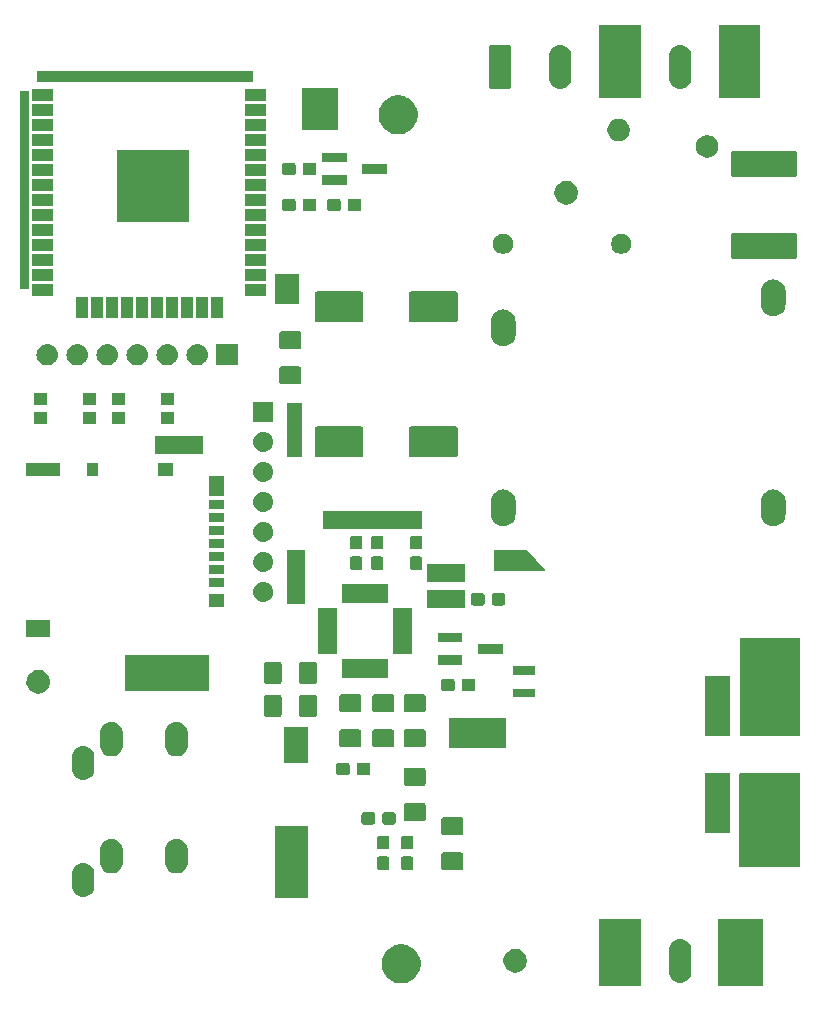
<source format=gbr>
G04 #@! TF.GenerationSoftware,KiCad,Pcbnew,5.0.2-bee76a0~70~ubuntu18.04.1*
G04 #@! TF.CreationDate,2020-04-22T18:31:08+02:00*
G04 #@! TF.ProjectId,Energy_Meter,456e6572-6779-45f4-9d65-7465722e6b69,rev?*
G04 #@! TF.SameCoordinates,Original*
G04 #@! TF.FileFunction,Soldermask,Top*
G04 #@! TF.FilePolarity,Negative*
%FSLAX46Y46*%
G04 Gerber Fmt 4.6, Leading zero omitted, Abs format (unit mm)*
G04 Created by KiCad (PCBNEW 5.0.2-bee76a0~70~ubuntu18.04.1) date mer. 22 avril 2020 18:31:08 CEST*
%MOMM*%
%LPD*%
G01*
G04 APERTURE LIST*
%ADD10C,0.100000*%
G04 APERTURE END LIST*
D10*
G36*
X234061000Y-174625000D02*
X230251000Y-174625000D01*
X230251000Y-168910000D01*
X234061000Y-168910000D01*
X234061000Y-174625000D01*
X234061000Y-174625000D01*
G37*
G36*
X223774000Y-174625000D02*
X220218000Y-174625000D01*
X220218000Y-168910000D01*
X223774000Y-168910000D01*
X223774000Y-174625000D01*
X223774000Y-174625000D01*
G37*
G36*
X203829256Y-171111298D02*
X203935579Y-171132447D01*
X204236042Y-171256903D01*
X204502852Y-171435180D01*
X204506454Y-171437587D01*
X204736413Y-171667546D01*
X204736415Y-171667549D01*
X204917097Y-171937958D01*
X205014998Y-172174311D01*
X205041553Y-172238422D01*
X205105000Y-172557389D01*
X205105000Y-172882611D01*
X205062702Y-173095256D01*
X205041553Y-173201579D01*
X205024499Y-173242751D01*
X204917098Y-173502040D01*
X204736413Y-173772454D01*
X204506454Y-174002413D01*
X204506451Y-174002415D01*
X204236042Y-174183097D01*
X203935579Y-174307553D01*
X203864955Y-174321601D01*
X203616611Y-174371000D01*
X203291389Y-174371000D01*
X203043045Y-174321601D01*
X202972421Y-174307553D01*
X202671958Y-174183097D01*
X202401549Y-174002415D01*
X202401546Y-174002413D01*
X202171587Y-173772454D01*
X201990902Y-173502040D01*
X201883501Y-173242751D01*
X201866447Y-173201579D01*
X201845298Y-173095256D01*
X201803000Y-172882611D01*
X201803000Y-172557389D01*
X201866447Y-172238422D01*
X201893003Y-172174311D01*
X201990903Y-171937958D01*
X202171585Y-171667549D01*
X202171587Y-171667546D01*
X202401546Y-171437587D01*
X202405148Y-171435180D01*
X202671958Y-171256903D01*
X202972421Y-171132447D01*
X203078744Y-171111298D01*
X203291389Y-171069000D01*
X203616611Y-171069000D01*
X203829256Y-171111298D01*
X203829256Y-171111298D01*
G37*
G36*
X227262424Y-170628760D02*
X227262427Y-170628761D01*
X227262428Y-170628761D01*
X227441692Y-170683140D01*
X227441694Y-170683141D01*
X227441697Y-170683142D01*
X227606904Y-170771446D01*
X227751712Y-170890288D01*
X227870552Y-171035095D01*
X227958859Y-171200305D01*
X228013240Y-171379575D01*
X228027000Y-171519282D01*
X228027000Y-173412718D01*
X228013240Y-173552425D01*
X227958859Y-173731695D01*
X227870552Y-173896905D01*
X227751712Y-174041712D01*
X227606905Y-174160552D01*
X227533857Y-174199597D01*
X227441693Y-174248860D01*
X227262429Y-174303239D01*
X227262428Y-174303239D01*
X227262425Y-174303240D01*
X227076000Y-174321601D01*
X226889576Y-174303240D01*
X226889573Y-174303239D01*
X226889572Y-174303239D01*
X226710308Y-174248860D01*
X226618144Y-174199597D01*
X226545096Y-174160552D01*
X226400289Y-174041712D01*
X226281449Y-173896905D01*
X226193142Y-173731695D01*
X226138761Y-173552425D01*
X226125000Y-173412717D01*
X226125000Y-171519283D01*
X226138760Y-171379576D01*
X226138761Y-171379572D01*
X226193140Y-171200308D01*
X226193141Y-171200306D01*
X226193142Y-171200303D01*
X226281446Y-171035096D01*
X226400288Y-170890288D01*
X226545095Y-170771448D01*
X226710305Y-170683141D01*
X226710307Y-170683140D01*
X226889571Y-170628761D01*
X226889572Y-170628761D01*
X226889575Y-170628760D01*
X227076000Y-170610399D01*
X227262424Y-170628760D01*
X227262424Y-170628760D01*
G37*
G36*
X213281770Y-171481372D02*
X213397689Y-171504429D01*
X213579678Y-171579811D01*
X213743463Y-171689249D01*
X213882751Y-171828537D01*
X213992189Y-171992322D01*
X214067571Y-172174311D01*
X214106000Y-172367509D01*
X214106000Y-172564491D01*
X214067571Y-172757689D01*
X213992189Y-172939678D01*
X213882751Y-173103463D01*
X213743463Y-173242751D01*
X213579678Y-173352189D01*
X213397689Y-173427571D01*
X213281770Y-173450628D01*
X213204493Y-173466000D01*
X213007507Y-173466000D01*
X212930230Y-173450628D01*
X212814311Y-173427571D01*
X212632322Y-173352189D01*
X212468537Y-173242751D01*
X212329249Y-173103463D01*
X212219811Y-172939678D01*
X212144429Y-172757689D01*
X212106000Y-172564491D01*
X212106000Y-172367509D01*
X212144429Y-172174311D01*
X212219811Y-171992322D01*
X212329249Y-171828537D01*
X212468537Y-171689249D01*
X212632322Y-171579811D01*
X212814311Y-171504429D01*
X212930230Y-171481372D01*
X213007507Y-171466000D01*
X213204493Y-171466000D01*
X213281770Y-171481372D01*
X213281770Y-171481372D01*
G37*
G36*
X195580000Y-167132000D02*
X192786000Y-167132000D01*
X192786000Y-161036000D01*
X195580000Y-161036000D01*
X195580000Y-167132000D01*
X195580000Y-167132000D01*
G37*
G36*
X176716424Y-164170760D02*
X176716427Y-164170761D01*
X176716428Y-164170761D01*
X176895692Y-164225140D01*
X176895694Y-164225141D01*
X176895697Y-164225142D01*
X177060904Y-164313446D01*
X177205712Y-164432288D01*
X177324552Y-164577095D01*
X177324553Y-164577097D01*
X177412860Y-164742307D01*
X177461470Y-164902553D01*
X177467240Y-164921575D01*
X177481000Y-165061282D01*
X177481000Y-166154718D01*
X177467240Y-166294425D01*
X177467239Y-166294428D01*
X177467239Y-166294429D01*
X177412861Y-166473691D01*
X177412859Y-166473695D01*
X177324552Y-166638905D01*
X177205712Y-166783712D01*
X177060905Y-166902552D01*
X177060903Y-166902553D01*
X176895693Y-166990860D01*
X176716429Y-167045239D01*
X176716428Y-167045239D01*
X176716425Y-167045240D01*
X176530000Y-167063601D01*
X176343576Y-167045240D01*
X176343573Y-167045239D01*
X176343572Y-167045239D01*
X176164308Y-166990860D01*
X175999098Y-166902553D01*
X175999096Y-166902552D01*
X175854289Y-166783712D01*
X175735449Y-166638905D01*
X175647140Y-166473691D01*
X175592760Y-166294430D01*
X175579000Y-166154718D01*
X175579000Y-165061283D01*
X175592760Y-164921576D01*
X175592761Y-164921572D01*
X175647140Y-164742308D01*
X175647141Y-164742306D01*
X175647142Y-164742303D01*
X175735446Y-164577096D01*
X175854288Y-164432288D01*
X175999095Y-164313448D01*
X176164305Y-164225141D01*
X176164307Y-164225140D01*
X176343571Y-164170761D01*
X176343572Y-164170761D01*
X176343575Y-164170760D01*
X176530000Y-164152399D01*
X176716424Y-164170760D01*
X176716424Y-164170760D01*
G37*
G36*
X184616424Y-162170760D02*
X184616427Y-162170761D01*
X184616428Y-162170761D01*
X184795692Y-162225140D01*
X184795694Y-162225141D01*
X184795697Y-162225142D01*
X184960904Y-162313446D01*
X185105712Y-162432288D01*
X185224552Y-162577095D01*
X185224553Y-162577097D01*
X185312860Y-162742307D01*
X185349016Y-162861499D01*
X185367240Y-162921575D01*
X185381000Y-163061282D01*
X185381000Y-164154718D01*
X185367240Y-164294425D01*
X185367239Y-164294428D01*
X185367239Y-164294429D01*
X185312861Y-164473691D01*
X185312859Y-164473695D01*
X185224552Y-164638905D01*
X185105712Y-164783712D01*
X184960905Y-164902552D01*
X184960903Y-164902553D01*
X184795693Y-164990860D01*
X184616429Y-165045239D01*
X184616428Y-165045239D01*
X184616425Y-165045240D01*
X184430000Y-165063601D01*
X184243576Y-165045240D01*
X184243573Y-165045239D01*
X184243572Y-165045239D01*
X184064308Y-164990860D01*
X183899098Y-164902553D01*
X183899096Y-164902552D01*
X183754289Y-164783712D01*
X183635449Y-164638905D01*
X183547140Y-164473691D01*
X183492760Y-164294430D01*
X183479000Y-164154718D01*
X183479000Y-163061283D01*
X183492760Y-162921576D01*
X183492761Y-162921572D01*
X183547140Y-162742308D01*
X183547141Y-162742306D01*
X183547142Y-162742303D01*
X183635446Y-162577096D01*
X183754288Y-162432288D01*
X183899095Y-162313448D01*
X184064305Y-162225141D01*
X184064307Y-162225140D01*
X184243571Y-162170761D01*
X184243572Y-162170761D01*
X184243575Y-162170760D01*
X184430000Y-162152399D01*
X184616424Y-162170760D01*
X184616424Y-162170760D01*
G37*
G36*
X179116424Y-162170760D02*
X179116427Y-162170761D01*
X179116428Y-162170761D01*
X179295692Y-162225140D01*
X179295694Y-162225141D01*
X179295697Y-162225142D01*
X179460904Y-162313446D01*
X179605712Y-162432288D01*
X179724552Y-162577095D01*
X179724553Y-162577097D01*
X179812860Y-162742307D01*
X179849016Y-162861499D01*
X179867240Y-162921575D01*
X179881000Y-163061282D01*
X179881000Y-164154718D01*
X179867240Y-164294425D01*
X179867239Y-164294428D01*
X179867239Y-164294429D01*
X179812861Y-164473691D01*
X179812859Y-164473695D01*
X179724552Y-164638905D01*
X179605712Y-164783712D01*
X179460905Y-164902552D01*
X179460903Y-164902553D01*
X179295693Y-164990860D01*
X179116429Y-165045239D01*
X179116428Y-165045239D01*
X179116425Y-165045240D01*
X178930000Y-165063601D01*
X178743576Y-165045240D01*
X178743573Y-165045239D01*
X178743572Y-165045239D01*
X178564308Y-164990860D01*
X178399098Y-164902553D01*
X178399096Y-164902552D01*
X178254289Y-164783712D01*
X178135449Y-164638905D01*
X178047140Y-164473691D01*
X177992760Y-164294430D01*
X177979000Y-164154718D01*
X177979000Y-163061283D01*
X177992760Y-162921576D01*
X177992761Y-162921572D01*
X178047140Y-162742308D01*
X178047141Y-162742306D01*
X178047142Y-162742303D01*
X178135446Y-162577096D01*
X178254288Y-162432288D01*
X178399095Y-162313448D01*
X178564305Y-162225141D01*
X178564307Y-162225140D01*
X178743571Y-162170761D01*
X178743572Y-162170761D01*
X178743575Y-162170760D01*
X178930000Y-162152399D01*
X179116424Y-162170760D01*
X179116424Y-162170760D01*
G37*
G36*
X208547562Y-163288181D02*
X208582477Y-163298773D01*
X208614665Y-163315978D01*
X208642873Y-163339127D01*
X208666022Y-163367335D01*
X208683227Y-163399523D01*
X208693819Y-163434438D01*
X208698000Y-163476895D01*
X208698000Y-164618105D01*
X208693819Y-164660562D01*
X208683227Y-164695477D01*
X208666022Y-164727665D01*
X208642873Y-164755873D01*
X208614665Y-164779022D01*
X208582477Y-164796227D01*
X208547562Y-164806819D01*
X208505105Y-164811000D01*
X207038895Y-164811000D01*
X206996438Y-164806819D01*
X206961523Y-164796227D01*
X206929335Y-164779022D01*
X206901127Y-164755873D01*
X206877978Y-164727665D01*
X206860773Y-164695477D01*
X206850181Y-164660562D01*
X206846000Y-164618105D01*
X206846000Y-163476895D01*
X206850181Y-163434438D01*
X206860773Y-163399523D01*
X206877978Y-163367335D01*
X206901127Y-163339127D01*
X206929335Y-163315978D01*
X206961523Y-163298773D01*
X206996438Y-163288181D01*
X207038895Y-163284000D01*
X208505105Y-163284000D01*
X208547562Y-163288181D01*
X208547562Y-163288181D01*
G37*
G36*
X204326499Y-163625445D02*
X204363993Y-163636819D01*
X204398557Y-163655294D01*
X204428847Y-163680153D01*
X204453706Y-163710443D01*
X204472181Y-163745007D01*
X204483555Y-163782501D01*
X204488000Y-163827638D01*
X204488000Y-164566362D01*
X204483555Y-164611499D01*
X204472181Y-164648993D01*
X204453706Y-164683557D01*
X204428847Y-164713847D01*
X204398557Y-164738706D01*
X204363993Y-164757181D01*
X204326499Y-164768555D01*
X204281362Y-164773000D01*
X203642638Y-164773000D01*
X203597501Y-164768555D01*
X203560007Y-164757181D01*
X203525443Y-164738706D01*
X203495153Y-164713847D01*
X203470294Y-164683557D01*
X203451819Y-164648993D01*
X203440445Y-164611499D01*
X203436000Y-164566362D01*
X203436000Y-163827638D01*
X203440445Y-163782501D01*
X203451819Y-163745007D01*
X203470294Y-163710443D01*
X203495153Y-163680153D01*
X203525443Y-163655294D01*
X203560007Y-163636819D01*
X203597501Y-163625445D01*
X203642638Y-163621000D01*
X204281362Y-163621000D01*
X204326499Y-163625445D01*
X204326499Y-163625445D01*
G37*
G36*
X202294499Y-163625445D02*
X202331993Y-163636819D01*
X202366557Y-163655294D01*
X202396847Y-163680153D01*
X202421706Y-163710443D01*
X202440181Y-163745007D01*
X202451555Y-163782501D01*
X202456000Y-163827638D01*
X202456000Y-164566362D01*
X202451555Y-164611499D01*
X202440181Y-164648993D01*
X202421706Y-164683557D01*
X202396847Y-164713847D01*
X202366557Y-164738706D01*
X202331993Y-164757181D01*
X202294499Y-164768555D01*
X202249362Y-164773000D01*
X201610638Y-164773000D01*
X201565501Y-164768555D01*
X201528007Y-164757181D01*
X201493443Y-164738706D01*
X201463153Y-164713847D01*
X201438294Y-164683557D01*
X201419819Y-164648993D01*
X201408445Y-164611499D01*
X201404000Y-164566362D01*
X201404000Y-163827638D01*
X201408445Y-163782501D01*
X201419819Y-163745007D01*
X201438294Y-163710443D01*
X201463153Y-163680153D01*
X201493443Y-163655294D01*
X201528007Y-163636819D01*
X201565501Y-163625445D01*
X201610638Y-163621000D01*
X202249362Y-163621000D01*
X202294499Y-163625445D01*
X202294499Y-163625445D01*
G37*
G36*
X237247000Y-161756387D02*
X237245515Y-161759165D01*
X237238402Y-161782614D01*
X237236000Y-161807000D01*
X237236000Y-164528500D01*
X232092500Y-164528500D01*
X232092500Y-156654500D01*
X232095452Y-156654500D01*
X232108388Y-156643884D01*
X232123934Y-156624942D01*
X232135485Y-156603332D01*
X232142562Y-156580000D01*
X237247000Y-156580000D01*
X237247000Y-161756387D01*
X237247000Y-161756387D01*
G37*
G36*
X204326499Y-161875445D02*
X204363993Y-161886819D01*
X204398557Y-161905294D01*
X204428847Y-161930153D01*
X204453706Y-161960443D01*
X204472181Y-161995007D01*
X204483555Y-162032501D01*
X204488000Y-162077638D01*
X204488000Y-162816362D01*
X204483555Y-162861499D01*
X204472181Y-162898993D01*
X204453706Y-162933557D01*
X204428847Y-162963847D01*
X204398557Y-162988706D01*
X204363993Y-163007181D01*
X204326499Y-163018555D01*
X204281362Y-163023000D01*
X203642638Y-163023000D01*
X203597501Y-163018555D01*
X203560007Y-163007181D01*
X203525443Y-162988706D01*
X203495153Y-162963847D01*
X203470294Y-162933557D01*
X203451819Y-162898993D01*
X203440445Y-162861499D01*
X203436000Y-162816362D01*
X203436000Y-162077638D01*
X203440445Y-162032501D01*
X203451819Y-161995007D01*
X203470294Y-161960443D01*
X203495153Y-161930153D01*
X203525443Y-161905294D01*
X203560007Y-161886819D01*
X203597501Y-161875445D01*
X203642638Y-161871000D01*
X204281362Y-161871000D01*
X204326499Y-161875445D01*
X204326499Y-161875445D01*
G37*
G36*
X202294499Y-161875445D02*
X202331993Y-161886819D01*
X202366557Y-161905294D01*
X202396847Y-161930153D01*
X202421706Y-161960443D01*
X202440181Y-161995007D01*
X202451555Y-162032501D01*
X202456000Y-162077638D01*
X202456000Y-162816362D01*
X202451555Y-162861499D01*
X202440181Y-162898993D01*
X202421706Y-162933557D01*
X202396847Y-162963847D01*
X202366557Y-162988706D01*
X202331993Y-163007181D01*
X202294499Y-163018555D01*
X202249362Y-163023000D01*
X201610638Y-163023000D01*
X201565501Y-163018555D01*
X201528007Y-163007181D01*
X201493443Y-162988706D01*
X201463153Y-162963847D01*
X201438294Y-162933557D01*
X201419819Y-162898993D01*
X201408445Y-162861499D01*
X201404000Y-162816362D01*
X201404000Y-162077638D01*
X201408445Y-162032501D01*
X201419819Y-161995007D01*
X201438294Y-161960443D01*
X201463153Y-161930153D01*
X201493443Y-161905294D01*
X201528007Y-161886819D01*
X201565501Y-161875445D01*
X201610638Y-161871000D01*
X202249362Y-161871000D01*
X202294499Y-161875445D01*
X202294499Y-161875445D01*
G37*
G36*
X208547562Y-160313181D02*
X208582477Y-160323773D01*
X208614665Y-160340978D01*
X208642873Y-160364127D01*
X208666022Y-160392335D01*
X208683227Y-160424523D01*
X208693819Y-160459438D01*
X208698000Y-160501895D01*
X208698000Y-161643105D01*
X208693819Y-161685562D01*
X208683227Y-161720477D01*
X208666022Y-161752665D01*
X208642873Y-161780873D01*
X208614665Y-161804022D01*
X208582477Y-161821227D01*
X208547562Y-161831819D01*
X208505105Y-161836000D01*
X207038895Y-161836000D01*
X206996438Y-161831819D01*
X206961523Y-161821227D01*
X206929335Y-161804022D01*
X206901127Y-161780873D01*
X206877978Y-161752665D01*
X206860773Y-161720477D01*
X206850181Y-161685562D01*
X206846000Y-161643105D01*
X206846000Y-160501895D01*
X206850181Y-160459438D01*
X206860773Y-160424523D01*
X206877978Y-160392335D01*
X206901127Y-160364127D01*
X206929335Y-160340978D01*
X206961523Y-160323773D01*
X206996438Y-160313181D01*
X207038895Y-160309000D01*
X208505105Y-160309000D01*
X208547562Y-160313181D01*
X208547562Y-160313181D01*
G37*
G36*
X231302000Y-161682000D02*
X229200000Y-161682000D01*
X229200000Y-156580000D01*
X231302000Y-156580000D01*
X231302000Y-161682000D01*
X231302000Y-161682000D01*
G37*
G36*
X202838499Y-159879445D02*
X202875993Y-159890819D01*
X202910557Y-159909294D01*
X202940847Y-159934153D01*
X202965706Y-159964443D01*
X202984181Y-159999007D01*
X202995555Y-160036501D01*
X203000000Y-160081638D01*
X203000000Y-160720362D01*
X202995555Y-160765499D01*
X202984181Y-160802993D01*
X202965706Y-160837557D01*
X202940847Y-160867847D01*
X202910557Y-160892706D01*
X202875993Y-160911181D01*
X202838499Y-160922555D01*
X202793362Y-160927000D01*
X202054638Y-160927000D01*
X202009501Y-160922555D01*
X201972007Y-160911181D01*
X201937443Y-160892706D01*
X201907153Y-160867847D01*
X201882294Y-160837557D01*
X201863819Y-160802993D01*
X201852445Y-160765499D01*
X201848000Y-160720362D01*
X201848000Y-160081638D01*
X201852445Y-160036501D01*
X201863819Y-159999007D01*
X201882294Y-159964443D01*
X201907153Y-159934153D01*
X201937443Y-159909294D01*
X201972007Y-159890819D01*
X202009501Y-159879445D01*
X202054638Y-159875000D01*
X202793362Y-159875000D01*
X202838499Y-159879445D01*
X202838499Y-159879445D01*
G37*
G36*
X201088499Y-159879445D02*
X201125993Y-159890819D01*
X201160557Y-159909294D01*
X201190847Y-159934153D01*
X201215706Y-159964443D01*
X201234181Y-159999007D01*
X201245555Y-160036501D01*
X201250000Y-160081638D01*
X201250000Y-160720362D01*
X201245555Y-160765499D01*
X201234181Y-160802993D01*
X201215706Y-160837557D01*
X201190847Y-160867847D01*
X201160557Y-160892706D01*
X201125993Y-160911181D01*
X201088499Y-160922555D01*
X201043362Y-160927000D01*
X200304638Y-160927000D01*
X200259501Y-160922555D01*
X200222007Y-160911181D01*
X200187443Y-160892706D01*
X200157153Y-160867847D01*
X200132294Y-160837557D01*
X200113819Y-160802993D01*
X200102445Y-160765499D01*
X200098000Y-160720362D01*
X200098000Y-160081638D01*
X200102445Y-160036501D01*
X200113819Y-159999007D01*
X200132294Y-159964443D01*
X200157153Y-159934153D01*
X200187443Y-159909294D01*
X200222007Y-159890819D01*
X200259501Y-159879445D01*
X200304638Y-159875000D01*
X201043362Y-159875000D01*
X201088499Y-159879445D01*
X201088499Y-159879445D01*
G37*
G36*
X205372562Y-159097181D02*
X205407477Y-159107773D01*
X205439665Y-159124978D01*
X205467873Y-159148127D01*
X205491022Y-159176335D01*
X205508227Y-159208523D01*
X205518819Y-159243438D01*
X205523000Y-159285895D01*
X205523000Y-160427105D01*
X205518819Y-160469562D01*
X205508227Y-160504477D01*
X205491022Y-160536665D01*
X205467873Y-160564873D01*
X205439665Y-160588022D01*
X205407477Y-160605227D01*
X205372562Y-160615819D01*
X205330105Y-160620000D01*
X203863895Y-160620000D01*
X203821438Y-160615819D01*
X203786523Y-160605227D01*
X203754335Y-160588022D01*
X203726127Y-160564873D01*
X203702978Y-160536665D01*
X203685773Y-160504477D01*
X203675181Y-160469562D01*
X203671000Y-160427105D01*
X203671000Y-159285895D01*
X203675181Y-159243438D01*
X203685773Y-159208523D01*
X203702978Y-159176335D01*
X203726127Y-159148127D01*
X203754335Y-159124978D01*
X203786523Y-159107773D01*
X203821438Y-159097181D01*
X203863895Y-159093000D01*
X205330105Y-159093000D01*
X205372562Y-159097181D01*
X205372562Y-159097181D01*
G37*
G36*
X205372562Y-156122181D02*
X205407477Y-156132773D01*
X205439665Y-156149978D01*
X205467873Y-156173127D01*
X205491022Y-156201335D01*
X205508227Y-156233523D01*
X205518819Y-156268438D01*
X205523000Y-156310895D01*
X205523000Y-157452105D01*
X205518819Y-157494562D01*
X205508227Y-157529477D01*
X205491022Y-157561665D01*
X205467873Y-157589873D01*
X205439665Y-157613022D01*
X205407477Y-157630227D01*
X205372562Y-157640819D01*
X205330105Y-157645000D01*
X203863895Y-157645000D01*
X203821438Y-157640819D01*
X203786523Y-157630227D01*
X203754335Y-157613022D01*
X203726127Y-157589873D01*
X203702978Y-157561665D01*
X203685773Y-157529477D01*
X203675181Y-157494562D01*
X203671000Y-157452105D01*
X203671000Y-156310895D01*
X203675181Y-156268438D01*
X203685773Y-156233523D01*
X203702978Y-156201335D01*
X203726127Y-156173127D01*
X203754335Y-156149978D01*
X203786523Y-156132773D01*
X203821438Y-156122181D01*
X203863895Y-156118000D01*
X205330105Y-156118000D01*
X205372562Y-156122181D01*
X205372562Y-156122181D01*
G37*
G36*
X176716424Y-154264760D02*
X176716427Y-154264761D01*
X176716428Y-154264761D01*
X176895692Y-154319140D01*
X176895694Y-154319141D01*
X176895697Y-154319142D01*
X177060904Y-154407446D01*
X177205712Y-154526288D01*
X177324552Y-154671095D01*
X177324553Y-154671097D01*
X177412860Y-154836307D01*
X177461470Y-154996553D01*
X177467240Y-155015575D01*
X177481000Y-155155282D01*
X177481000Y-156248718D01*
X177467240Y-156388425D01*
X177467239Y-156388428D01*
X177467239Y-156388429D01*
X177412861Y-156567691D01*
X177412859Y-156567695D01*
X177324552Y-156732905D01*
X177205712Y-156877712D01*
X177060905Y-156996552D01*
X177060903Y-156996553D01*
X176895693Y-157084860D01*
X176716429Y-157139239D01*
X176716428Y-157139239D01*
X176716425Y-157139240D01*
X176530000Y-157157601D01*
X176343576Y-157139240D01*
X176343573Y-157139239D01*
X176343572Y-157139239D01*
X176164308Y-157084860D01*
X175999098Y-156996553D01*
X175999096Y-156996552D01*
X175854289Y-156877712D01*
X175735449Y-156732905D01*
X175647140Y-156567691D01*
X175592760Y-156388430D01*
X175579000Y-156248718D01*
X175579000Y-155155283D01*
X175592760Y-155015576D01*
X175592761Y-155015572D01*
X175647140Y-154836308D01*
X175647141Y-154836306D01*
X175647142Y-154836303D01*
X175735446Y-154671096D01*
X175854288Y-154526288D01*
X175999095Y-154407448D01*
X176164305Y-154319141D01*
X176164307Y-154319140D01*
X176343571Y-154264761D01*
X176343572Y-154264761D01*
X176343575Y-154264760D01*
X176530000Y-154246399D01*
X176716424Y-154264760D01*
X176716424Y-154264760D01*
G37*
G36*
X200679499Y-155688445D02*
X200716993Y-155699819D01*
X200751557Y-155718294D01*
X200781847Y-155743153D01*
X200806706Y-155773443D01*
X200825181Y-155808007D01*
X200836555Y-155845501D01*
X200841000Y-155890638D01*
X200841000Y-156529362D01*
X200836555Y-156574499D01*
X200825181Y-156611993D01*
X200806706Y-156646557D01*
X200781847Y-156676847D01*
X200751557Y-156701706D01*
X200716993Y-156720181D01*
X200679499Y-156731555D01*
X200634362Y-156736000D01*
X199895638Y-156736000D01*
X199850501Y-156731555D01*
X199813007Y-156720181D01*
X199778443Y-156701706D01*
X199748153Y-156676847D01*
X199723294Y-156646557D01*
X199704819Y-156611993D01*
X199693445Y-156574499D01*
X199689000Y-156529362D01*
X199689000Y-155890638D01*
X199693445Y-155845501D01*
X199704819Y-155808007D01*
X199723294Y-155773443D01*
X199748153Y-155743153D01*
X199778443Y-155718294D01*
X199813007Y-155699819D01*
X199850501Y-155688445D01*
X199895638Y-155684000D01*
X200634362Y-155684000D01*
X200679499Y-155688445D01*
X200679499Y-155688445D01*
G37*
G36*
X198929499Y-155688445D02*
X198966993Y-155699819D01*
X199001557Y-155718294D01*
X199031847Y-155743153D01*
X199056706Y-155773443D01*
X199075181Y-155808007D01*
X199086555Y-155845501D01*
X199091000Y-155890638D01*
X199091000Y-156529362D01*
X199086555Y-156574499D01*
X199075181Y-156611993D01*
X199056706Y-156646557D01*
X199031847Y-156676847D01*
X199001557Y-156701706D01*
X198966993Y-156720181D01*
X198929499Y-156731555D01*
X198884362Y-156736000D01*
X198145638Y-156736000D01*
X198100501Y-156731555D01*
X198063007Y-156720181D01*
X198028443Y-156701706D01*
X197998153Y-156676847D01*
X197973294Y-156646557D01*
X197954819Y-156611993D01*
X197943445Y-156574499D01*
X197939000Y-156529362D01*
X197939000Y-155890638D01*
X197943445Y-155845501D01*
X197954819Y-155808007D01*
X197973294Y-155773443D01*
X197998153Y-155743153D01*
X198028443Y-155718294D01*
X198063007Y-155699819D01*
X198100501Y-155688445D01*
X198145638Y-155684000D01*
X198884362Y-155684000D01*
X198929499Y-155688445D01*
X198929499Y-155688445D01*
G37*
G36*
X195580000Y-155702000D02*
X193548000Y-155702000D01*
X193548000Y-152654000D01*
X195580000Y-152654000D01*
X195580000Y-155702000D01*
X195580000Y-155702000D01*
G37*
G36*
X184616424Y-152264760D02*
X184616427Y-152264761D01*
X184616428Y-152264761D01*
X184795692Y-152319140D01*
X184795694Y-152319141D01*
X184795697Y-152319142D01*
X184960904Y-152407446D01*
X185105712Y-152526288D01*
X185224552Y-152671095D01*
X185224553Y-152671097D01*
X185312860Y-152836307D01*
X185348360Y-152953335D01*
X185367240Y-153015575D01*
X185381000Y-153155282D01*
X185381000Y-154248718D01*
X185367240Y-154388425D01*
X185367239Y-154388428D01*
X185367239Y-154388429D01*
X185312861Y-154567691D01*
X185312859Y-154567695D01*
X185224552Y-154732905D01*
X185105712Y-154877712D01*
X184960905Y-154996552D01*
X184960903Y-154996553D01*
X184795693Y-155084860D01*
X184616429Y-155139239D01*
X184616428Y-155139239D01*
X184616425Y-155139240D01*
X184430000Y-155157601D01*
X184243576Y-155139240D01*
X184243573Y-155139239D01*
X184243572Y-155139239D01*
X184064308Y-155084860D01*
X183899098Y-154996553D01*
X183899096Y-154996552D01*
X183754289Y-154877712D01*
X183635449Y-154732905D01*
X183547140Y-154567691D01*
X183492760Y-154388430D01*
X183479000Y-154248718D01*
X183479000Y-153155283D01*
X183492760Y-153015576D01*
X183492761Y-153015572D01*
X183547140Y-152836308D01*
X183547141Y-152836306D01*
X183547142Y-152836303D01*
X183635446Y-152671096D01*
X183754288Y-152526288D01*
X183899095Y-152407448D01*
X184064305Y-152319141D01*
X184064307Y-152319140D01*
X184243571Y-152264761D01*
X184243572Y-152264761D01*
X184243575Y-152264760D01*
X184430000Y-152246399D01*
X184616424Y-152264760D01*
X184616424Y-152264760D01*
G37*
G36*
X179116424Y-152264760D02*
X179116427Y-152264761D01*
X179116428Y-152264761D01*
X179295692Y-152319140D01*
X179295694Y-152319141D01*
X179295697Y-152319142D01*
X179460904Y-152407446D01*
X179605712Y-152526288D01*
X179724552Y-152671095D01*
X179724553Y-152671097D01*
X179812860Y-152836307D01*
X179848360Y-152953335D01*
X179867240Y-153015575D01*
X179881000Y-153155282D01*
X179881000Y-154248718D01*
X179867240Y-154388425D01*
X179867239Y-154388428D01*
X179867239Y-154388429D01*
X179812861Y-154567691D01*
X179812859Y-154567695D01*
X179724552Y-154732905D01*
X179605712Y-154877712D01*
X179460905Y-154996552D01*
X179460903Y-154996553D01*
X179295693Y-155084860D01*
X179116429Y-155139239D01*
X179116428Y-155139239D01*
X179116425Y-155139240D01*
X178930000Y-155157601D01*
X178743576Y-155139240D01*
X178743573Y-155139239D01*
X178743572Y-155139239D01*
X178564308Y-155084860D01*
X178399098Y-154996553D01*
X178399096Y-154996552D01*
X178254289Y-154877712D01*
X178135449Y-154732905D01*
X178047140Y-154567691D01*
X177992760Y-154388430D01*
X177979000Y-154248718D01*
X177979000Y-153155283D01*
X177992760Y-153015576D01*
X177992761Y-153015572D01*
X178047140Y-152836308D01*
X178047141Y-152836306D01*
X178047142Y-152836303D01*
X178135446Y-152671096D01*
X178254288Y-152526288D01*
X178399095Y-152407448D01*
X178564305Y-152319141D01*
X178564307Y-152319140D01*
X178743571Y-152264761D01*
X178743572Y-152264761D01*
X178743575Y-152264760D01*
X178930000Y-152246399D01*
X179116424Y-152264760D01*
X179116424Y-152264760D01*
G37*
G36*
X212344000Y-154432000D02*
X207518000Y-154432000D01*
X207518000Y-151892000D01*
X212344000Y-151892000D01*
X212344000Y-154432000D01*
X212344000Y-154432000D01*
G37*
G36*
X199911562Y-152874181D02*
X199946477Y-152884773D01*
X199978665Y-152901978D01*
X200006873Y-152925127D01*
X200030022Y-152953335D01*
X200047227Y-152985523D01*
X200057819Y-153020438D01*
X200062000Y-153062895D01*
X200062000Y-154204105D01*
X200057819Y-154246562D01*
X200047227Y-154281477D01*
X200030022Y-154313665D01*
X200006873Y-154341873D01*
X199978665Y-154365022D01*
X199946477Y-154382227D01*
X199911562Y-154392819D01*
X199869105Y-154397000D01*
X198402895Y-154397000D01*
X198360438Y-154392819D01*
X198325523Y-154382227D01*
X198293335Y-154365022D01*
X198265127Y-154341873D01*
X198241978Y-154313665D01*
X198224773Y-154281477D01*
X198214181Y-154246562D01*
X198210000Y-154204105D01*
X198210000Y-153062895D01*
X198214181Y-153020438D01*
X198224773Y-152985523D01*
X198241978Y-152953335D01*
X198265127Y-152925127D01*
X198293335Y-152901978D01*
X198325523Y-152884773D01*
X198360438Y-152874181D01*
X198402895Y-152870000D01*
X199869105Y-152870000D01*
X199911562Y-152874181D01*
X199911562Y-152874181D01*
G37*
G36*
X202705562Y-152874181D02*
X202740477Y-152884773D01*
X202772665Y-152901978D01*
X202800873Y-152925127D01*
X202824022Y-152953335D01*
X202841227Y-152985523D01*
X202851819Y-153020438D01*
X202856000Y-153062895D01*
X202856000Y-154204105D01*
X202851819Y-154246562D01*
X202841227Y-154281477D01*
X202824022Y-154313665D01*
X202800873Y-154341873D01*
X202772665Y-154365022D01*
X202740477Y-154382227D01*
X202705562Y-154392819D01*
X202663105Y-154397000D01*
X201196895Y-154397000D01*
X201154438Y-154392819D01*
X201119523Y-154382227D01*
X201087335Y-154365022D01*
X201059127Y-154341873D01*
X201035978Y-154313665D01*
X201018773Y-154281477D01*
X201008181Y-154246562D01*
X201004000Y-154204105D01*
X201004000Y-153062895D01*
X201008181Y-153020438D01*
X201018773Y-152985523D01*
X201035978Y-152953335D01*
X201059127Y-152925127D01*
X201087335Y-152901978D01*
X201119523Y-152884773D01*
X201154438Y-152874181D01*
X201196895Y-152870000D01*
X202663105Y-152870000D01*
X202705562Y-152874181D01*
X202705562Y-152874181D01*
G37*
G36*
X205372562Y-152874181D02*
X205407477Y-152884773D01*
X205439665Y-152901978D01*
X205467873Y-152925127D01*
X205491022Y-152953335D01*
X205508227Y-152985523D01*
X205518819Y-153020438D01*
X205523000Y-153062895D01*
X205523000Y-154204105D01*
X205518819Y-154246562D01*
X205508227Y-154281477D01*
X205491022Y-154313665D01*
X205467873Y-154341873D01*
X205439665Y-154365022D01*
X205407477Y-154382227D01*
X205372562Y-154392819D01*
X205330105Y-154397000D01*
X203863895Y-154397000D01*
X203821438Y-154392819D01*
X203786523Y-154382227D01*
X203754335Y-154365022D01*
X203726127Y-154341873D01*
X203702978Y-154313665D01*
X203685773Y-154281477D01*
X203675181Y-154246562D01*
X203671000Y-154204105D01*
X203671000Y-153062895D01*
X203675181Y-153020438D01*
X203685773Y-152985523D01*
X203702978Y-152953335D01*
X203726127Y-152925127D01*
X203754335Y-152901978D01*
X203786523Y-152884773D01*
X203821438Y-152874181D01*
X203863895Y-152870000D01*
X205330105Y-152870000D01*
X205372562Y-152874181D01*
X205372562Y-152874181D01*
G37*
G36*
X237236000Y-148200000D02*
X237238402Y-148224386D01*
X237245515Y-148247835D01*
X237247000Y-148250613D01*
X237247000Y-153427000D01*
X232145000Y-153427000D01*
X232145000Y-148250613D01*
X232146485Y-148247835D01*
X232153598Y-148224386D01*
X232156000Y-148200000D01*
X232156000Y-145161000D01*
X237236000Y-145161000D01*
X237236000Y-148200000D01*
X237236000Y-148200000D01*
G37*
G36*
X231302000Y-153427000D02*
X229200000Y-153427000D01*
X229200000Y-148325000D01*
X231302000Y-148325000D01*
X231302000Y-153427000D01*
X231302000Y-153427000D01*
G37*
G36*
X193181562Y-149954181D02*
X193216477Y-149964773D01*
X193248665Y-149981978D01*
X193276873Y-150005127D01*
X193300022Y-150033335D01*
X193317227Y-150065523D01*
X193327819Y-150100438D01*
X193332000Y-150142895D01*
X193332000Y-151609105D01*
X193327819Y-151651562D01*
X193317227Y-151686477D01*
X193300022Y-151718665D01*
X193276873Y-151746873D01*
X193248665Y-151770022D01*
X193216477Y-151787227D01*
X193181562Y-151797819D01*
X193139105Y-151802000D01*
X191997895Y-151802000D01*
X191955438Y-151797819D01*
X191920523Y-151787227D01*
X191888335Y-151770022D01*
X191860127Y-151746873D01*
X191836978Y-151718665D01*
X191819773Y-151686477D01*
X191809181Y-151651562D01*
X191805000Y-151609105D01*
X191805000Y-150142895D01*
X191809181Y-150100438D01*
X191819773Y-150065523D01*
X191836978Y-150033335D01*
X191860127Y-150005127D01*
X191888335Y-149981978D01*
X191920523Y-149964773D01*
X191955438Y-149954181D01*
X191997895Y-149950000D01*
X193139105Y-149950000D01*
X193181562Y-149954181D01*
X193181562Y-149954181D01*
G37*
G36*
X196156562Y-149954181D02*
X196191477Y-149964773D01*
X196223665Y-149981978D01*
X196251873Y-150005127D01*
X196275022Y-150033335D01*
X196292227Y-150065523D01*
X196302819Y-150100438D01*
X196307000Y-150142895D01*
X196307000Y-151609105D01*
X196302819Y-151651562D01*
X196292227Y-151686477D01*
X196275022Y-151718665D01*
X196251873Y-151746873D01*
X196223665Y-151770022D01*
X196191477Y-151787227D01*
X196156562Y-151797819D01*
X196114105Y-151802000D01*
X194972895Y-151802000D01*
X194930438Y-151797819D01*
X194895523Y-151787227D01*
X194863335Y-151770022D01*
X194835127Y-151746873D01*
X194811978Y-151718665D01*
X194794773Y-151686477D01*
X194784181Y-151651562D01*
X194780000Y-151609105D01*
X194780000Y-150142895D01*
X194784181Y-150100438D01*
X194794773Y-150065523D01*
X194811978Y-150033335D01*
X194835127Y-150005127D01*
X194863335Y-149981978D01*
X194895523Y-149964773D01*
X194930438Y-149954181D01*
X194972895Y-149950000D01*
X196114105Y-149950000D01*
X196156562Y-149954181D01*
X196156562Y-149954181D01*
G37*
G36*
X199911562Y-149899181D02*
X199946477Y-149909773D01*
X199978665Y-149926978D01*
X200006873Y-149950127D01*
X200030022Y-149978335D01*
X200047227Y-150010523D01*
X200057819Y-150045438D01*
X200062000Y-150087895D01*
X200062000Y-151229105D01*
X200057819Y-151271562D01*
X200047227Y-151306477D01*
X200030022Y-151338665D01*
X200006873Y-151366873D01*
X199978665Y-151390022D01*
X199946477Y-151407227D01*
X199911562Y-151417819D01*
X199869105Y-151422000D01*
X198402895Y-151422000D01*
X198360438Y-151417819D01*
X198325523Y-151407227D01*
X198293335Y-151390022D01*
X198265127Y-151366873D01*
X198241978Y-151338665D01*
X198224773Y-151306477D01*
X198214181Y-151271562D01*
X198210000Y-151229105D01*
X198210000Y-150087895D01*
X198214181Y-150045438D01*
X198224773Y-150010523D01*
X198241978Y-149978335D01*
X198265127Y-149950127D01*
X198293335Y-149926978D01*
X198325523Y-149909773D01*
X198360438Y-149899181D01*
X198402895Y-149895000D01*
X199869105Y-149895000D01*
X199911562Y-149899181D01*
X199911562Y-149899181D01*
G37*
G36*
X202705562Y-149899181D02*
X202740477Y-149909773D01*
X202772665Y-149926978D01*
X202800873Y-149950127D01*
X202824022Y-149978335D01*
X202841227Y-150010523D01*
X202851819Y-150045438D01*
X202856000Y-150087895D01*
X202856000Y-151229105D01*
X202851819Y-151271562D01*
X202841227Y-151306477D01*
X202824022Y-151338665D01*
X202800873Y-151366873D01*
X202772665Y-151390022D01*
X202740477Y-151407227D01*
X202705562Y-151417819D01*
X202663105Y-151422000D01*
X201196895Y-151422000D01*
X201154438Y-151417819D01*
X201119523Y-151407227D01*
X201087335Y-151390022D01*
X201059127Y-151366873D01*
X201035978Y-151338665D01*
X201018773Y-151306477D01*
X201008181Y-151271562D01*
X201004000Y-151229105D01*
X201004000Y-150087895D01*
X201008181Y-150045438D01*
X201018773Y-150010523D01*
X201035978Y-149978335D01*
X201059127Y-149950127D01*
X201087335Y-149926978D01*
X201119523Y-149909773D01*
X201154438Y-149899181D01*
X201196895Y-149895000D01*
X202663105Y-149895000D01*
X202705562Y-149899181D01*
X202705562Y-149899181D01*
G37*
G36*
X205372562Y-149899181D02*
X205407477Y-149909773D01*
X205439665Y-149926978D01*
X205467873Y-149950127D01*
X205491022Y-149978335D01*
X205508227Y-150010523D01*
X205518819Y-150045438D01*
X205523000Y-150087895D01*
X205523000Y-151229105D01*
X205518819Y-151271562D01*
X205508227Y-151306477D01*
X205491022Y-151338665D01*
X205467873Y-151366873D01*
X205439665Y-151390022D01*
X205407477Y-151407227D01*
X205372562Y-151417819D01*
X205330105Y-151422000D01*
X203863895Y-151422000D01*
X203821438Y-151417819D01*
X203786523Y-151407227D01*
X203754335Y-151390022D01*
X203726127Y-151366873D01*
X203702978Y-151338665D01*
X203685773Y-151306477D01*
X203675181Y-151271562D01*
X203671000Y-151229105D01*
X203671000Y-150087895D01*
X203675181Y-150045438D01*
X203685773Y-150010523D01*
X203702978Y-149978335D01*
X203726127Y-149950127D01*
X203754335Y-149926978D01*
X203786523Y-149909773D01*
X203821438Y-149899181D01*
X203863895Y-149895000D01*
X205330105Y-149895000D01*
X205372562Y-149899181D01*
X205372562Y-149899181D01*
G37*
G36*
X214769000Y-150170000D02*
X212967000Y-150170000D01*
X212967000Y-149418000D01*
X214769000Y-149418000D01*
X214769000Y-150170000D01*
X214769000Y-150170000D01*
G37*
G36*
X172895770Y-147859372D02*
X173011689Y-147882429D01*
X173193678Y-147957811D01*
X173357463Y-148067249D01*
X173496751Y-148206537D01*
X173606189Y-148370322D01*
X173681571Y-148552311D01*
X173703278Y-148661443D01*
X173720000Y-148745507D01*
X173720000Y-148942493D01*
X173711026Y-148987608D01*
X173681571Y-149135689D01*
X173606189Y-149317678D01*
X173496751Y-149481463D01*
X173357463Y-149620751D01*
X173193678Y-149730189D01*
X173011689Y-149805571D01*
X172895770Y-149828628D01*
X172818493Y-149844000D01*
X172621507Y-149844000D01*
X172544230Y-149828628D01*
X172428311Y-149805571D01*
X172246322Y-149730189D01*
X172082537Y-149620751D01*
X171943249Y-149481463D01*
X171833811Y-149317678D01*
X171758429Y-149135689D01*
X171728974Y-148987608D01*
X171720000Y-148942493D01*
X171720000Y-148745507D01*
X171736722Y-148661443D01*
X171758429Y-148552311D01*
X171833811Y-148370322D01*
X171943249Y-148206537D01*
X172082537Y-148067249D01*
X172246322Y-147957811D01*
X172428311Y-147882429D01*
X172544230Y-147859372D01*
X172621507Y-147844000D01*
X172818493Y-147844000D01*
X172895770Y-147859372D01*
X172895770Y-147859372D01*
G37*
G36*
X207819499Y-148576445D02*
X207856993Y-148587819D01*
X207891557Y-148606294D01*
X207921847Y-148631153D01*
X207946706Y-148661443D01*
X207965181Y-148696007D01*
X207976555Y-148733501D01*
X207981000Y-148778638D01*
X207981000Y-149417362D01*
X207976555Y-149462499D01*
X207965181Y-149499993D01*
X207946706Y-149534557D01*
X207921847Y-149564847D01*
X207891557Y-149589706D01*
X207856993Y-149608181D01*
X207819499Y-149619555D01*
X207774362Y-149624000D01*
X207035638Y-149624000D01*
X206990501Y-149619555D01*
X206953007Y-149608181D01*
X206918443Y-149589706D01*
X206888153Y-149564847D01*
X206863294Y-149534557D01*
X206844819Y-149499993D01*
X206833445Y-149462499D01*
X206829000Y-149417362D01*
X206829000Y-148778638D01*
X206833445Y-148733501D01*
X206844819Y-148696007D01*
X206863294Y-148661443D01*
X206888153Y-148631153D01*
X206918443Y-148606294D01*
X206953007Y-148587819D01*
X206990501Y-148576445D01*
X207035638Y-148572000D01*
X207774362Y-148572000D01*
X207819499Y-148576445D01*
X207819499Y-148576445D01*
G37*
G36*
X209569499Y-148576445D02*
X209606993Y-148587819D01*
X209641557Y-148606294D01*
X209671847Y-148631153D01*
X209696706Y-148661443D01*
X209715181Y-148696007D01*
X209726555Y-148733501D01*
X209731000Y-148778638D01*
X209731000Y-149417362D01*
X209726555Y-149462499D01*
X209715181Y-149499993D01*
X209696706Y-149534557D01*
X209671847Y-149564847D01*
X209641557Y-149589706D01*
X209606993Y-149608181D01*
X209569499Y-149619555D01*
X209524362Y-149624000D01*
X208785638Y-149624000D01*
X208740501Y-149619555D01*
X208703007Y-149608181D01*
X208668443Y-149589706D01*
X208638153Y-149564847D01*
X208613294Y-149534557D01*
X208594819Y-149499993D01*
X208583445Y-149462499D01*
X208579000Y-149417362D01*
X208579000Y-148778638D01*
X208583445Y-148733501D01*
X208594819Y-148696007D01*
X208613294Y-148661443D01*
X208638153Y-148631153D01*
X208668443Y-148606294D01*
X208703007Y-148587819D01*
X208740501Y-148576445D01*
X208785638Y-148572000D01*
X209524362Y-148572000D01*
X209569499Y-148576445D01*
X209569499Y-148576445D01*
G37*
G36*
X187198000Y-149606000D02*
X180086000Y-149606000D01*
X180086000Y-146558000D01*
X187198000Y-146558000D01*
X187198000Y-149606000D01*
X187198000Y-149606000D01*
G37*
G36*
X196156562Y-147160181D02*
X196191477Y-147170773D01*
X196223665Y-147187978D01*
X196251873Y-147211127D01*
X196275022Y-147239335D01*
X196292227Y-147271523D01*
X196302819Y-147306438D01*
X196307000Y-147348895D01*
X196307000Y-148815105D01*
X196302819Y-148857562D01*
X196292227Y-148892477D01*
X196275022Y-148924665D01*
X196251873Y-148952873D01*
X196223665Y-148976022D01*
X196191477Y-148993227D01*
X196156562Y-149003819D01*
X196114105Y-149008000D01*
X194972895Y-149008000D01*
X194930438Y-149003819D01*
X194895523Y-148993227D01*
X194863335Y-148976022D01*
X194835127Y-148952873D01*
X194811978Y-148924665D01*
X194794773Y-148892477D01*
X194784181Y-148857562D01*
X194780000Y-148815105D01*
X194780000Y-147348895D01*
X194784181Y-147306438D01*
X194794773Y-147271523D01*
X194811978Y-147239335D01*
X194835127Y-147211127D01*
X194863335Y-147187978D01*
X194895523Y-147170773D01*
X194930438Y-147160181D01*
X194972895Y-147156000D01*
X196114105Y-147156000D01*
X196156562Y-147160181D01*
X196156562Y-147160181D01*
G37*
G36*
X193181562Y-147160181D02*
X193216477Y-147170773D01*
X193248665Y-147187978D01*
X193276873Y-147211127D01*
X193300022Y-147239335D01*
X193317227Y-147271523D01*
X193327819Y-147306438D01*
X193332000Y-147348895D01*
X193332000Y-148815105D01*
X193327819Y-148857562D01*
X193317227Y-148892477D01*
X193300022Y-148924665D01*
X193276873Y-148952873D01*
X193248665Y-148976022D01*
X193216477Y-148993227D01*
X193181562Y-149003819D01*
X193139105Y-149008000D01*
X191997895Y-149008000D01*
X191955438Y-149003819D01*
X191920523Y-148993227D01*
X191888335Y-148976022D01*
X191860127Y-148952873D01*
X191836978Y-148924665D01*
X191819773Y-148892477D01*
X191809181Y-148857562D01*
X191805000Y-148815105D01*
X191805000Y-147348895D01*
X191809181Y-147306438D01*
X191819773Y-147271523D01*
X191836978Y-147239335D01*
X191860127Y-147211127D01*
X191888335Y-147187978D01*
X191920523Y-147170773D01*
X191955438Y-147160181D01*
X191997895Y-147156000D01*
X193139105Y-147156000D01*
X193181562Y-147160181D01*
X193181562Y-147160181D01*
G37*
G36*
X198826293Y-146901323D02*
X198833311Y-146903452D01*
X198847080Y-146910811D01*
X198869719Y-146920187D01*
X198893753Y-146924967D01*
X198918257Y-146924966D01*
X198942290Y-146920184D01*
X198964920Y-146910811D01*
X198978689Y-146903452D01*
X198985707Y-146901323D01*
X198999140Y-146900000D01*
X199312860Y-146900000D01*
X199326293Y-146901323D01*
X199333311Y-146903452D01*
X199347080Y-146910811D01*
X199369719Y-146920187D01*
X199393753Y-146924967D01*
X199418257Y-146924966D01*
X199442290Y-146920184D01*
X199464920Y-146910811D01*
X199478689Y-146903452D01*
X199485707Y-146901323D01*
X199499140Y-146900000D01*
X199812860Y-146900000D01*
X199826293Y-146901323D01*
X199833311Y-146903452D01*
X199847080Y-146910811D01*
X199869719Y-146920187D01*
X199893753Y-146924967D01*
X199918257Y-146924966D01*
X199942290Y-146920184D01*
X199964920Y-146910811D01*
X199978689Y-146903452D01*
X199985707Y-146901323D01*
X199999140Y-146900000D01*
X200312860Y-146900000D01*
X200326293Y-146901323D01*
X200333311Y-146903452D01*
X200347080Y-146910811D01*
X200369719Y-146920187D01*
X200393753Y-146924967D01*
X200418257Y-146924966D01*
X200442290Y-146920184D01*
X200464920Y-146910811D01*
X200478689Y-146903452D01*
X200485707Y-146901323D01*
X200499140Y-146900000D01*
X200812860Y-146900000D01*
X200826293Y-146901323D01*
X200833311Y-146903452D01*
X200847080Y-146910811D01*
X200869719Y-146920187D01*
X200893753Y-146924967D01*
X200918257Y-146924966D01*
X200942290Y-146920184D01*
X200964920Y-146910811D01*
X200978689Y-146903452D01*
X200985707Y-146901323D01*
X200999140Y-146900000D01*
X201312860Y-146900000D01*
X201326293Y-146901323D01*
X201333311Y-146903452D01*
X201347080Y-146910811D01*
X201369719Y-146920187D01*
X201393753Y-146924967D01*
X201418257Y-146924966D01*
X201442290Y-146920184D01*
X201464920Y-146910811D01*
X201478689Y-146903452D01*
X201485707Y-146901323D01*
X201499140Y-146900000D01*
X201812860Y-146900000D01*
X201826293Y-146901323D01*
X201833311Y-146903452D01*
X201847080Y-146910811D01*
X201869719Y-146920187D01*
X201893753Y-146924967D01*
X201918257Y-146924966D01*
X201942290Y-146920184D01*
X201964920Y-146910811D01*
X201978689Y-146903452D01*
X201985707Y-146901323D01*
X201999140Y-146900000D01*
X202312860Y-146900000D01*
X202326293Y-146901323D01*
X202333312Y-146903452D01*
X202339775Y-146906907D01*
X202345442Y-146911558D01*
X202350093Y-146917225D01*
X202353548Y-146923688D01*
X202355677Y-146930707D01*
X202357000Y-146944140D01*
X202357000Y-148457860D01*
X202355677Y-148471293D01*
X202353548Y-148478312D01*
X202350093Y-148484775D01*
X202345442Y-148490442D01*
X202339775Y-148495093D01*
X202333312Y-148498548D01*
X202326293Y-148500677D01*
X202312860Y-148502000D01*
X201999140Y-148502000D01*
X201985707Y-148500677D01*
X201978689Y-148498548D01*
X201964920Y-148491189D01*
X201942281Y-148481813D01*
X201918247Y-148477033D01*
X201893743Y-148477034D01*
X201869710Y-148481816D01*
X201847080Y-148491189D01*
X201833311Y-148498548D01*
X201826293Y-148500677D01*
X201812860Y-148502000D01*
X201499140Y-148502000D01*
X201485707Y-148500677D01*
X201478689Y-148498548D01*
X201464920Y-148491189D01*
X201442281Y-148481813D01*
X201418247Y-148477033D01*
X201393743Y-148477034D01*
X201369710Y-148481816D01*
X201347080Y-148491189D01*
X201333311Y-148498548D01*
X201326293Y-148500677D01*
X201312860Y-148502000D01*
X200999140Y-148502000D01*
X200985707Y-148500677D01*
X200978689Y-148498548D01*
X200964920Y-148491189D01*
X200942281Y-148481813D01*
X200918247Y-148477033D01*
X200893743Y-148477034D01*
X200869710Y-148481816D01*
X200847080Y-148491189D01*
X200833311Y-148498548D01*
X200826293Y-148500677D01*
X200812860Y-148502000D01*
X200499140Y-148502000D01*
X200485707Y-148500677D01*
X200478689Y-148498548D01*
X200464920Y-148491189D01*
X200442281Y-148481813D01*
X200418247Y-148477033D01*
X200393743Y-148477034D01*
X200369710Y-148481816D01*
X200347080Y-148491189D01*
X200333311Y-148498548D01*
X200326293Y-148500677D01*
X200312860Y-148502000D01*
X199999140Y-148502000D01*
X199985707Y-148500677D01*
X199978689Y-148498548D01*
X199964920Y-148491189D01*
X199942281Y-148481813D01*
X199918247Y-148477033D01*
X199893743Y-148477034D01*
X199869710Y-148481816D01*
X199847080Y-148491189D01*
X199833311Y-148498548D01*
X199826293Y-148500677D01*
X199812860Y-148502000D01*
X199499140Y-148502000D01*
X199485707Y-148500677D01*
X199478689Y-148498548D01*
X199464920Y-148491189D01*
X199442281Y-148481813D01*
X199418247Y-148477033D01*
X199393743Y-148477034D01*
X199369710Y-148481816D01*
X199347080Y-148491189D01*
X199333311Y-148498548D01*
X199326293Y-148500677D01*
X199312860Y-148502000D01*
X198999140Y-148502000D01*
X198985707Y-148500677D01*
X198978689Y-148498548D01*
X198964920Y-148491189D01*
X198942281Y-148481813D01*
X198918247Y-148477033D01*
X198893743Y-148477034D01*
X198869710Y-148481816D01*
X198847080Y-148491189D01*
X198833311Y-148498548D01*
X198826293Y-148500677D01*
X198812860Y-148502000D01*
X198499140Y-148502000D01*
X198485707Y-148500677D01*
X198478688Y-148498548D01*
X198472225Y-148495093D01*
X198466558Y-148490442D01*
X198461907Y-148484775D01*
X198458452Y-148478312D01*
X198456323Y-148471293D01*
X198455000Y-148457860D01*
X198455000Y-146944140D01*
X198456323Y-146930707D01*
X198458452Y-146923688D01*
X198461907Y-146917225D01*
X198466558Y-146911558D01*
X198472225Y-146906907D01*
X198478688Y-146903452D01*
X198485707Y-146901323D01*
X198499140Y-146900000D01*
X198812860Y-146900000D01*
X198826293Y-146901323D01*
X198826293Y-146901323D01*
G37*
G36*
X214769000Y-148270000D02*
X212967000Y-148270000D01*
X212967000Y-147518000D01*
X214769000Y-147518000D01*
X214769000Y-148270000D01*
X214769000Y-148270000D01*
G37*
G36*
X208647000Y-147401000D02*
X206545000Y-147401000D01*
X206545000Y-146599000D01*
X208647000Y-146599000D01*
X208647000Y-147401000D01*
X208647000Y-147401000D01*
G37*
G36*
X198001293Y-142576323D02*
X198008312Y-142578452D01*
X198014775Y-142581907D01*
X198020442Y-142586558D01*
X198025093Y-142592225D01*
X198028548Y-142598688D01*
X198030677Y-142605707D01*
X198032000Y-142619140D01*
X198032000Y-142932860D01*
X198030677Y-142946293D01*
X198028548Y-142953311D01*
X198021189Y-142967080D01*
X198011813Y-142989719D01*
X198007033Y-143013753D01*
X198007034Y-143038257D01*
X198011816Y-143062290D01*
X198021189Y-143084920D01*
X198028548Y-143098689D01*
X198030677Y-143105707D01*
X198032000Y-143119140D01*
X198032000Y-143432860D01*
X198030677Y-143446293D01*
X198028548Y-143453311D01*
X198021189Y-143467080D01*
X198011813Y-143489719D01*
X198007033Y-143513753D01*
X198007034Y-143538257D01*
X198011816Y-143562290D01*
X198021189Y-143584920D01*
X198028548Y-143598689D01*
X198030677Y-143605707D01*
X198032000Y-143619140D01*
X198032000Y-143932860D01*
X198030677Y-143946293D01*
X198028548Y-143953311D01*
X198021189Y-143967080D01*
X198011813Y-143989719D01*
X198007033Y-144013753D01*
X198007034Y-144038257D01*
X198011816Y-144062290D01*
X198021189Y-144084920D01*
X198028548Y-144098689D01*
X198030677Y-144105707D01*
X198032000Y-144119140D01*
X198032000Y-144432860D01*
X198030677Y-144446293D01*
X198028548Y-144453311D01*
X198021189Y-144467080D01*
X198011813Y-144489719D01*
X198007033Y-144513753D01*
X198007034Y-144538257D01*
X198011816Y-144562290D01*
X198021189Y-144584920D01*
X198028548Y-144598689D01*
X198030677Y-144605707D01*
X198032000Y-144619140D01*
X198032000Y-144932860D01*
X198030677Y-144946293D01*
X198028548Y-144953311D01*
X198021189Y-144967080D01*
X198011813Y-144989719D01*
X198007033Y-145013753D01*
X198007034Y-145038257D01*
X198011816Y-145062290D01*
X198021189Y-145084920D01*
X198028548Y-145098689D01*
X198030677Y-145105707D01*
X198032000Y-145119140D01*
X198032000Y-145432860D01*
X198030677Y-145446293D01*
X198028548Y-145453311D01*
X198021189Y-145467080D01*
X198011813Y-145489719D01*
X198007033Y-145513753D01*
X198007034Y-145538257D01*
X198011816Y-145562290D01*
X198021189Y-145584920D01*
X198028548Y-145598689D01*
X198030677Y-145605707D01*
X198032000Y-145619140D01*
X198032000Y-145932860D01*
X198030677Y-145946293D01*
X198028548Y-145953311D01*
X198021189Y-145967080D01*
X198011813Y-145989719D01*
X198007033Y-146013753D01*
X198007034Y-146038257D01*
X198011816Y-146062290D01*
X198021189Y-146084920D01*
X198028548Y-146098689D01*
X198030677Y-146105707D01*
X198032000Y-146119140D01*
X198032000Y-146432860D01*
X198030677Y-146446293D01*
X198028548Y-146453312D01*
X198025093Y-146459775D01*
X198020442Y-146465442D01*
X198014775Y-146470093D01*
X198008312Y-146473548D01*
X198001293Y-146475677D01*
X197987860Y-146477000D01*
X196474140Y-146477000D01*
X196460707Y-146475677D01*
X196453688Y-146473548D01*
X196447225Y-146470093D01*
X196441558Y-146465442D01*
X196436907Y-146459775D01*
X196433452Y-146453312D01*
X196431323Y-146446293D01*
X196430000Y-146432860D01*
X196430000Y-146119140D01*
X196431323Y-146105707D01*
X196433452Y-146098689D01*
X196440811Y-146084920D01*
X196450187Y-146062281D01*
X196454967Y-146038247D01*
X196454966Y-146013743D01*
X196450184Y-145989710D01*
X196440811Y-145967080D01*
X196433452Y-145953311D01*
X196431323Y-145946293D01*
X196430000Y-145932860D01*
X196430000Y-145619140D01*
X196431323Y-145605707D01*
X196433452Y-145598689D01*
X196440811Y-145584920D01*
X196450187Y-145562281D01*
X196454967Y-145538247D01*
X196454966Y-145513743D01*
X196450184Y-145489710D01*
X196440811Y-145467080D01*
X196433452Y-145453311D01*
X196431323Y-145446293D01*
X196430000Y-145432860D01*
X196430000Y-145119140D01*
X196431323Y-145105707D01*
X196433452Y-145098689D01*
X196440811Y-145084920D01*
X196450187Y-145062281D01*
X196454967Y-145038247D01*
X196454966Y-145013743D01*
X196450184Y-144989710D01*
X196440811Y-144967080D01*
X196433452Y-144953311D01*
X196431323Y-144946293D01*
X196430000Y-144932860D01*
X196430000Y-144619140D01*
X196431323Y-144605707D01*
X196433452Y-144598689D01*
X196440811Y-144584920D01*
X196450187Y-144562281D01*
X196454967Y-144538247D01*
X196454966Y-144513743D01*
X196450184Y-144489710D01*
X196440811Y-144467080D01*
X196433452Y-144453311D01*
X196431323Y-144446293D01*
X196430000Y-144432860D01*
X196430000Y-144119140D01*
X196431323Y-144105707D01*
X196433452Y-144098689D01*
X196440811Y-144084920D01*
X196450187Y-144062281D01*
X196454967Y-144038247D01*
X196454966Y-144013743D01*
X196450184Y-143989710D01*
X196440811Y-143967080D01*
X196433452Y-143953311D01*
X196431323Y-143946293D01*
X196430000Y-143932860D01*
X196430000Y-143619140D01*
X196431323Y-143605707D01*
X196433452Y-143598689D01*
X196440811Y-143584920D01*
X196450187Y-143562281D01*
X196454967Y-143538247D01*
X196454966Y-143513743D01*
X196450184Y-143489710D01*
X196440811Y-143467080D01*
X196433452Y-143453311D01*
X196431323Y-143446293D01*
X196430000Y-143432860D01*
X196430000Y-143119140D01*
X196431323Y-143105707D01*
X196433452Y-143098689D01*
X196440811Y-143084920D01*
X196450187Y-143062281D01*
X196454967Y-143038247D01*
X196454966Y-143013743D01*
X196450184Y-142989710D01*
X196440811Y-142967080D01*
X196433452Y-142953311D01*
X196431323Y-142946293D01*
X196430000Y-142932860D01*
X196430000Y-142619140D01*
X196431323Y-142605707D01*
X196433452Y-142598688D01*
X196436907Y-142592225D01*
X196441558Y-142586558D01*
X196447225Y-142581907D01*
X196453688Y-142578452D01*
X196460707Y-142576323D01*
X196474140Y-142575000D01*
X197987860Y-142575000D01*
X198001293Y-142576323D01*
X198001293Y-142576323D01*
G37*
G36*
X204351293Y-142576323D02*
X204358312Y-142578452D01*
X204364775Y-142581907D01*
X204370442Y-142586558D01*
X204375093Y-142592225D01*
X204378548Y-142598688D01*
X204380677Y-142605707D01*
X204382000Y-142619140D01*
X204382000Y-142932860D01*
X204380677Y-142946293D01*
X204378548Y-142953311D01*
X204371189Y-142967080D01*
X204361813Y-142989719D01*
X204357033Y-143013753D01*
X204357034Y-143038257D01*
X204361816Y-143062290D01*
X204371189Y-143084920D01*
X204378548Y-143098689D01*
X204380677Y-143105707D01*
X204382000Y-143119140D01*
X204382000Y-143432860D01*
X204380677Y-143446293D01*
X204378548Y-143453311D01*
X204371189Y-143467080D01*
X204361813Y-143489719D01*
X204357033Y-143513753D01*
X204357034Y-143538257D01*
X204361816Y-143562290D01*
X204371189Y-143584920D01*
X204378548Y-143598689D01*
X204380677Y-143605707D01*
X204382000Y-143619140D01*
X204382000Y-143932860D01*
X204380677Y-143946293D01*
X204378548Y-143953311D01*
X204371189Y-143967080D01*
X204361813Y-143989719D01*
X204357033Y-144013753D01*
X204357034Y-144038257D01*
X204361816Y-144062290D01*
X204371189Y-144084920D01*
X204378548Y-144098689D01*
X204380677Y-144105707D01*
X204382000Y-144119140D01*
X204382000Y-144432860D01*
X204380677Y-144446293D01*
X204378548Y-144453311D01*
X204371189Y-144467080D01*
X204361813Y-144489719D01*
X204357033Y-144513753D01*
X204357034Y-144538257D01*
X204361816Y-144562290D01*
X204371189Y-144584920D01*
X204378548Y-144598689D01*
X204380677Y-144605707D01*
X204382000Y-144619140D01*
X204382000Y-144932860D01*
X204380677Y-144946293D01*
X204378548Y-144953311D01*
X204371189Y-144967080D01*
X204361813Y-144989719D01*
X204357033Y-145013753D01*
X204357034Y-145038257D01*
X204361816Y-145062290D01*
X204371189Y-145084920D01*
X204378548Y-145098689D01*
X204380677Y-145105707D01*
X204382000Y-145119140D01*
X204382000Y-145432860D01*
X204380677Y-145446293D01*
X204378548Y-145453311D01*
X204371189Y-145467080D01*
X204361813Y-145489719D01*
X204357033Y-145513753D01*
X204357034Y-145538257D01*
X204361816Y-145562290D01*
X204371189Y-145584920D01*
X204378548Y-145598689D01*
X204380677Y-145605707D01*
X204382000Y-145619140D01*
X204382000Y-145932860D01*
X204380677Y-145946293D01*
X204378548Y-145953311D01*
X204371189Y-145967080D01*
X204361813Y-145989719D01*
X204357033Y-146013753D01*
X204357034Y-146038257D01*
X204361816Y-146062290D01*
X204371189Y-146084920D01*
X204378548Y-146098689D01*
X204380677Y-146105707D01*
X204382000Y-146119140D01*
X204382000Y-146432860D01*
X204380677Y-146446293D01*
X204378548Y-146453312D01*
X204375093Y-146459775D01*
X204370442Y-146465442D01*
X204364775Y-146470093D01*
X204358312Y-146473548D01*
X204351293Y-146475677D01*
X204337860Y-146477000D01*
X202824140Y-146477000D01*
X202810707Y-146475677D01*
X202803688Y-146473548D01*
X202797225Y-146470093D01*
X202791558Y-146465442D01*
X202786907Y-146459775D01*
X202783452Y-146453312D01*
X202781323Y-146446293D01*
X202780000Y-146432860D01*
X202780000Y-146119140D01*
X202781323Y-146105707D01*
X202783452Y-146098689D01*
X202790811Y-146084920D01*
X202800187Y-146062281D01*
X202804967Y-146038247D01*
X202804966Y-146013743D01*
X202800184Y-145989710D01*
X202790811Y-145967080D01*
X202783452Y-145953311D01*
X202781323Y-145946293D01*
X202780000Y-145932860D01*
X202780000Y-145619140D01*
X202781323Y-145605707D01*
X202783452Y-145598689D01*
X202790811Y-145584920D01*
X202800187Y-145562281D01*
X202804967Y-145538247D01*
X202804966Y-145513743D01*
X202800184Y-145489710D01*
X202790811Y-145467080D01*
X202783452Y-145453311D01*
X202781323Y-145446293D01*
X202780000Y-145432860D01*
X202780000Y-145119140D01*
X202781323Y-145105707D01*
X202783452Y-145098689D01*
X202790811Y-145084920D01*
X202800187Y-145062281D01*
X202804967Y-145038247D01*
X202804966Y-145013743D01*
X202800184Y-144989710D01*
X202790811Y-144967080D01*
X202783452Y-144953311D01*
X202781323Y-144946293D01*
X202780000Y-144932860D01*
X202780000Y-144619140D01*
X202781323Y-144605707D01*
X202783452Y-144598689D01*
X202790811Y-144584920D01*
X202800187Y-144562281D01*
X202804967Y-144538247D01*
X202804966Y-144513743D01*
X202800184Y-144489710D01*
X202790811Y-144467080D01*
X202783452Y-144453311D01*
X202781323Y-144446293D01*
X202780000Y-144432860D01*
X202780000Y-144119140D01*
X202781323Y-144105707D01*
X202783452Y-144098689D01*
X202790811Y-144084920D01*
X202800187Y-144062281D01*
X202804967Y-144038247D01*
X202804966Y-144013743D01*
X202800184Y-143989710D01*
X202790811Y-143967080D01*
X202783452Y-143953311D01*
X202781323Y-143946293D01*
X202780000Y-143932860D01*
X202780000Y-143619140D01*
X202781323Y-143605707D01*
X202783452Y-143598689D01*
X202790811Y-143584920D01*
X202800187Y-143562281D01*
X202804967Y-143538247D01*
X202804966Y-143513743D01*
X202800184Y-143489710D01*
X202790811Y-143467080D01*
X202783452Y-143453311D01*
X202781323Y-143446293D01*
X202780000Y-143432860D01*
X202780000Y-143119140D01*
X202781323Y-143105707D01*
X202783452Y-143098689D01*
X202790811Y-143084920D01*
X202800187Y-143062281D01*
X202804967Y-143038247D01*
X202804966Y-143013743D01*
X202800184Y-142989710D01*
X202790811Y-142967080D01*
X202783452Y-142953311D01*
X202781323Y-142946293D01*
X202780000Y-142932860D01*
X202780000Y-142619140D01*
X202781323Y-142605707D01*
X202783452Y-142598688D01*
X202786907Y-142592225D01*
X202791558Y-142586558D01*
X202797225Y-142581907D01*
X202803688Y-142578452D01*
X202810707Y-142576323D01*
X202824140Y-142575000D01*
X204337860Y-142575000D01*
X204351293Y-142576323D01*
X204351293Y-142576323D01*
G37*
G36*
X212047000Y-146451000D02*
X209945000Y-146451000D01*
X209945000Y-145649000D01*
X212047000Y-145649000D01*
X212047000Y-146451000D01*
X212047000Y-146451000D01*
G37*
G36*
X208647000Y-145501000D02*
X206545000Y-145501000D01*
X206545000Y-144699000D01*
X208647000Y-144699000D01*
X208647000Y-145501000D01*
X208647000Y-145501000D01*
G37*
G36*
X173712000Y-145044000D02*
X171710000Y-145044000D01*
X171710000Y-143642000D01*
X173712000Y-143642000D01*
X173712000Y-145044000D01*
X173712000Y-145044000D01*
G37*
G36*
X208865000Y-142567000D02*
X205663000Y-142567000D01*
X205663000Y-141065000D01*
X208865000Y-141065000D01*
X208865000Y-142567000D01*
X208865000Y-142567000D01*
G37*
G36*
X188462000Y-142544000D02*
X187160000Y-142544000D01*
X187160000Y-141442000D01*
X188462000Y-141442000D01*
X188462000Y-142544000D01*
X188462000Y-142544000D01*
G37*
G36*
X212109499Y-141337445D02*
X212146993Y-141348819D01*
X212181557Y-141367294D01*
X212211847Y-141392153D01*
X212236706Y-141422443D01*
X212255181Y-141457007D01*
X212266555Y-141494501D01*
X212271000Y-141539638D01*
X212271000Y-142178362D01*
X212266555Y-142223499D01*
X212255181Y-142260993D01*
X212236706Y-142295557D01*
X212211847Y-142325847D01*
X212181557Y-142350706D01*
X212146993Y-142369181D01*
X212109499Y-142380555D01*
X212064362Y-142385000D01*
X211325638Y-142385000D01*
X211280501Y-142380555D01*
X211243007Y-142369181D01*
X211208443Y-142350706D01*
X211178153Y-142325847D01*
X211153294Y-142295557D01*
X211134819Y-142260993D01*
X211123445Y-142223499D01*
X211119000Y-142178362D01*
X211119000Y-141539638D01*
X211123445Y-141494501D01*
X211134819Y-141457007D01*
X211153294Y-141422443D01*
X211178153Y-141392153D01*
X211208443Y-141367294D01*
X211243007Y-141348819D01*
X211280501Y-141337445D01*
X211325638Y-141333000D01*
X212064362Y-141333000D01*
X212109499Y-141337445D01*
X212109499Y-141337445D01*
G37*
G36*
X210359499Y-141337445D02*
X210396993Y-141348819D01*
X210431557Y-141367294D01*
X210461847Y-141392153D01*
X210486706Y-141422443D01*
X210505181Y-141457007D01*
X210516555Y-141494501D01*
X210521000Y-141539638D01*
X210521000Y-142178362D01*
X210516555Y-142223499D01*
X210505181Y-142260993D01*
X210486706Y-142295557D01*
X210461847Y-142325847D01*
X210431557Y-142350706D01*
X210396993Y-142369181D01*
X210359499Y-142380555D01*
X210314362Y-142385000D01*
X209575638Y-142385000D01*
X209530501Y-142380555D01*
X209493007Y-142369181D01*
X209458443Y-142350706D01*
X209428153Y-142325847D01*
X209403294Y-142295557D01*
X209384819Y-142260993D01*
X209373445Y-142223499D01*
X209369000Y-142178362D01*
X209369000Y-141539638D01*
X209373445Y-141494501D01*
X209384819Y-141457007D01*
X209403294Y-141422443D01*
X209428153Y-141392153D01*
X209458443Y-141367294D01*
X209493007Y-141348819D01*
X209530501Y-141337445D01*
X209575638Y-141333000D01*
X210314362Y-141333000D01*
X210359499Y-141337445D01*
X210359499Y-141337445D01*
G37*
G36*
X195326000Y-142240000D02*
X193802000Y-142240000D01*
X193802000Y-137668000D01*
X195326000Y-137668000D01*
X195326000Y-142240000D01*
X195326000Y-142240000D01*
G37*
G36*
X198826293Y-140551323D02*
X198833311Y-140553452D01*
X198847080Y-140560811D01*
X198869719Y-140570187D01*
X198893753Y-140574967D01*
X198918257Y-140574966D01*
X198942290Y-140570184D01*
X198964920Y-140560811D01*
X198978689Y-140553452D01*
X198985707Y-140551323D01*
X198999140Y-140550000D01*
X199312860Y-140550000D01*
X199326293Y-140551323D01*
X199333311Y-140553452D01*
X199347080Y-140560811D01*
X199369719Y-140570187D01*
X199393753Y-140574967D01*
X199418257Y-140574966D01*
X199442290Y-140570184D01*
X199464920Y-140560811D01*
X199478689Y-140553452D01*
X199485707Y-140551323D01*
X199499140Y-140550000D01*
X199812860Y-140550000D01*
X199826293Y-140551323D01*
X199833311Y-140553452D01*
X199847080Y-140560811D01*
X199869719Y-140570187D01*
X199893753Y-140574967D01*
X199918257Y-140574966D01*
X199942290Y-140570184D01*
X199964920Y-140560811D01*
X199978689Y-140553452D01*
X199985707Y-140551323D01*
X199999140Y-140550000D01*
X200312860Y-140550000D01*
X200326293Y-140551323D01*
X200333311Y-140553452D01*
X200347080Y-140560811D01*
X200369719Y-140570187D01*
X200393753Y-140574967D01*
X200418257Y-140574966D01*
X200442290Y-140570184D01*
X200464920Y-140560811D01*
X200478689Y-140553452D01*
X200485707Y-140551323D01*
X200499140Y-140550000D01*
X200812860Y-140550000D01*
X200826293Y-140551323D01*
X200833311Y-140553452D01*
X200847080Y-140560811D01*
X200869719Y-140570187D01*
X200893753Y-140574967D01*
X200918257Y-140574966D01*
X200942290Y-140570184D01*
X200964920Y-140560811D01*
X200978689Y-140553452D01*
X200985707Y-140551323D01*
X200999140Y-140550000D01*
X201312860Y-140550000D01*
X201326293Y-140551323D01*
X201333311Y-140553452D01*
X201347080Y-140560811D01*
X201369719Y-140570187D01*
X201393753Y-140574967D01*
X201418257Y-140574966D01*
X201442290Y-140570184D01*
X201464920Y-140560811D01*
X201478689Y-140553452D01*
X201485707Y-140551323D01*
X201499140Y-140550000D01*
X201812860Y-140550000D01*
X201826293Y-140551323D01*
X201833311Y-140553452D01*
X201847080Y-140560811D01*
X201869719Y-140570187D01*
X201893753Y-140574967D01*
X201918257Y-140574966D01*
X201942290Y-140570184D01*
X201964920Y-140560811D01*
X201978689Y-140553452D01*
X201985707Y-140551323D01*
X201999140Y-140550000D01*
X202312860Y-140550000D01*
X202326293Y-140551323D01*
X202333312Y-140553452D01*
X202339775Y-140556907D01*
X202345442Y-140561558D01*
X202350093Y-140567225D01*
X202353548Y-140573688D01*
X202355677Y-140580707D01*
X202357000Y-140594140D01*
X202357000Y-142107860D01*
X202355677Y-142121293D01*
X202353548Y-142128312D01*
X202350093Y-142134775D01*
X202345442Y-142140442D01*
X202339775Y-142145093D01*
X202333312Y-142148548D01*
X202326293Y-142150677D01*
X202312860Y-142152000D01*
X201999140Y-142152000D01*
X201985707Y-142150677D01*
X201978689Y-142148548D01*
X201964920Y-142141189D01*
X201942281Y-142131813D01*
X201918247Y-142127033D01*
X201893743Y-142127034D01*
X201869710Y-142131816D01*
X201847080Y-142141189D01*
X201833311Y-142148548D01*
X201826293Y-142150677D01*
X201812860Y-142152000D01*
X201499140Y-142152000D01*
X201485707Y-142150677D01*
X201478689Y-142148548D01*
X201464920Y-142141189D01*
X201442281Y-142131813D01*
X201418247Y-142127033D01*
X201393743Y-142127034D01*
X201369710Y-142131816D01*
X201347080Y-142141189D01*
X201333311Y-142148548D01*
X201326293Y-142150677D01*
X201312860Y-142152000D01*
X200999140Y-142152000D01*
X200985707Y-142150677D01*
X200978689Y-142148548D01*
X200964920Y-142141189D01*
X200942281Y-142131813D01*
X200918247Y-142127033D01*
X200893743Y-142127034D01*
X200869710Y-142131816D01*
X200847080Y-142141189D01*
X200833311Y-142148548D01*
X200826293Y-142150677D01*
X200812860Y-142152000D01*
X200499140Y-142152000D01*
X200485707Y-142150677D01*
X200478689Y-142148548D01*
X200464920Y-142141189D01*
X200442281Y-142131813D01*
X200418247Y-142127033D01*
X200393743Y-142127034D01*
X200369710Y-142131816D01*
X200347080Y-142141189D01*
X200333311Y-142148548D01*
X200326293Y-142150677D01*
X200312860Y-142152000D01*
X199999140Y-142152000D01*
X199985707Y-142150677D01*
X199978689Y-142148548D01*
X199964920Y-142141189D01*
X199942281Y-142131813D01*
X199918247Y-142127033D01*
X199893743Y-142127034D01*
X199869710Y-142131816D01*
X199847080Y-142141189D01*
X199833311Y-142148548D01*
X199826293Y-142150677D01*
X199812860Y-142152000D01*
X199499140Y-142152000D01*
X199485707Y-142150677D01*
X199478689Y-142148548D01*
X199464920Y-142141189D01*
X199442281Y-142131813D01*
X199418247Y-142127033D01*
X199393743Y-142127034D01*
X199369710Y-142131816D01*
X199347080Y-142141189D01*
X199333311Y-142148548D01*
X199326293Y-142150677D01*
X199312860Y-142152000D01*
X198999140Y-142152000D01*
X198985707Y-142150677D01*
X198978689Y-142148548D01*
X198964920Y-142141189D01*
X198942281Y-142131813D01*
X198918247Y-142127033D01*
X198893743Y-142127034D01*
X198869710Y-142131816D01*
X198847080Y-142141189D01*
X198833311Y-142148548D01*
X198826293Y-142150677D01*
X198812860Y-142152000D01*
X198499140Y-142152000D01*
X198485707Y-142150677D01*
X198478688Y-142148548D01*
X198472225Y-142145093D01*
X198466558Y-142140442D01*
X198461907Y-142134775D01*
X198458452Y-142128312D01*
X198456323Y-142121293D01*
X198455000Y-142107860D01*
X198455000Y-140594140D01*
X198456323Y-140580707D01*
X198458452Y-140573688D01*
X198461907Y-140567225D01*
X198466558Y-140561558D01*
X198472225Y-140556907D01*
X198478688Y-140553452D01*
X198485707Y-140551323D01*
X198499140Y-140550000D01*
X198812860Y-140550000D01*
X198826293Y-140551323D01*
X198826293Y-140551323D01*
G37*
G36*
X191936821Y-140385313D02*
X191936824Y-140385314D01*
X191936825Y-140385314D01*
X192097239Y-140433975D01*
X192097241Y-140433976D01*
X192097244Y-140433977D01*
X192245078Y-140512995D01*
X192374659Y-140619341D01*
X192481005Y-140748922D01*
X192560023Y-140896756D01*
X192608687Y-141057179D01*
X192625117Y-141224000D01*
X192608687Y-141390821D01*
X192608686Y-141390824D01*
X192608686Y-141390825D01*
X192576978Y-141495354D01*
X192560023Y-141551244D01*
X192481005Y-141699078D01*
X192374659Y-141828659D01*
X192245078Y-141935005D01*
X192097244Y-142014023D01*
X192097241Y-142014024D01*
X192097239Y-142014025D01*
X191936825Y-142062686D01*
X191936824Y-142062686D01*
X191936821Y-142062687D01*
X191811804Y-142075000D01*
X191728196Y-142075000D01*
X191603179Y-142062687D01*
X191603176Y-142062686D01*
X191603175Y-142062686D01*
X191442761Y-142014025D01*
X191442759Y-142014024D01*
X191442756Y-142014023D01*
X191294922Y-141935005D01*
X191165341Y-141828659D01*
X191058995Y-141699078D01*
X190979977Y-141551244D01*
X190963023Y-141495354D01*
X190931314Y-141390825D01*
X190931314Y-141390824D01*
X190931313Y-141390821D01*
X190914883Y-141224000D01*
X190931313Y-141057179D01*
X190979977Y-140896756D01*
X191058995Y-140748922D01*
X191165341Y-140619341D01*
X191294922Y-140512995D01*
X191442756Y-140433977D01*
X191442759Y-140433976D01*
X191442761Y-140433975D01*
X191603175Y-140385314D01*
X191603176Y-140385314D01*
X191603179Y-140385313D01*
X191728196Y-140373000D01*
X191811804Y-140373000D01*
X191936821Y-140385313D01*
X191936821Y-140385313D01*
G37*
G36*
X188462000Y-140844000D02*
X187160000Y-140844000D01*
X187160000Y-140042000D01*
X188462000Y-140042000D01*
X188462000Y-140844000D01*
X188462000Y-140844000D01*
G37*
G36*
X208865000Y-140367000D02*
X205663000Y-140367000D01*
X205663000Y-138865000D01*
X208865000Y-138865000D01*
X208865000Y-140367000D01*
X208865000Y-140367000D01*
G37*
G36*
X188462000Y-139744000D02*
X187160000Y-139744000D01*
X187160000Y-138942000D01*
X188462000Y-138942000D01*
X188462000Y-139744000D01*
X188462000Y-139744000D01*
G37*
G36*
X191936821Y-137845313D02*
X191936824Y-137845314D01*
X191936825Y-137845314D01*
X192097239Y-137893975D01*
X192097241Y-137893976D01*
X192097244Y-137893977D01*
X192245078Y-137972995D01*
X192374659Y-138079341D01*
X192481005Y-138208922D01*
X192560023Y-138356756D01*
X192560024Y-138356759D01*
X192560025Y-138356761D01*
X192581525Y-138427638D01*
X192608687Y-138517179D01*
X192625117Y-138684000D01*
X192608687Y-138850821D01*
X192560023Y-139011244D01*
X192481005Y-139159078D01*
X192374659Y-139288659D01*
X192245078Y-139395005D01*
X192097244Y-139474023D01*
X192097241Y-139474024D01*
X192097239Y-139474025D01*
X191936825Y-139522686D01*
X191936824Y-139522686D01*
X191936821Y-139522687D01*
X191811804Y-139535000D01*
X191728196Y-139535000D01*
X191603179Y-139522687D01*
X191603176Y-139522686D01*
X191603175Y-139522686D01*
X191442761Y-139474025D01*
X191442759Y-139474024D01*
X191442756Y-139474023D01*
X191294922Y-139395005D01*
X191165341Y-139288659D01*
X191058995Y-139159078D01*
X190979977Y-139011244D01*
X190931313Y-138850821D01*
X190914883Y-138684000D01*
X190931313Y-138517179D01*
X190958475Y-138427638D01*
X190979975Y-138356761D01*
X190979976Y-138356759D01*
X190979977Y-138356756D01*
X191058995Y-138208922D01*
X191165341Y-138079341D01*
X191294922Y-137972995D01*
X191442756Y-137893977D01*
X191442759Y-137893976D01*
X191442761Y-137893975D01*
X191603175Y-137845314D01*
X191603176Y-137845314D01*
X191603179Y-137845313D01*
X191728196Y-137833000D01*
X191811804Y-137833000D01*
X191936821Y-137845313D01*
X191936821Y-137845313D01*
G37*
G36*
X214131590Y-137679188D02*
X214131591Y-137679189D01*
X215602290Y-139395005D01*
X215646000Y-139446000D01*
X211328000Y-139446000D01*
X211328000Y-137668000D01*
X214122000Y-137668000D01*
X214131590Y-137679188D01*
X214131590Y-137679188D01*
G37*
G36*
X200008499Y-138225445D02*
X200045993Y-138236819D01*
X200080557Y-138255294D01*
X200110847Y-138280153D01*
X200135706Y-138310443D01*
X200154181Y-138345007D01*
X200165555Y-138382501D01*
X200170000Y-138427638D01*
X200170000Y-139166362D01*
X200165555Y-139211499D01*
X200154181Y-139248993D01*
X200135706Y-139283557D01*
X200110847Y-139313847D01*
X200080557Y-139338706D01*
X200045993Y-139357181D01*
X200008499Y-139368555D01*
X199963362Y-139373000D01*
X199324638Y-139373000D01*
X199279501Y-139368555D01*
X199242007Y-139357181D01*
X199207443Y-139338706D01*
X199177153Y-139313847D01*
X199152294Y-139283557D01*
X199133819Y-139248993D01*
X199122445Y-139211499D01*
X199118000Y-139166362D01*
X199118000Y-138427638D01*
X199122445Y-138382501D01*
X199133819Y-138345007D01*
X199152294Y-138310443D01*
X199177153Y-138280153D01*
X199207443Y-138255294D01*
X199242007Y-138236819D01*
X199279501Y-138225445D01*
X199324638Y-138221000D01*
X199963362Y-138221000D01*
X200008499Y-138225445D01*
X200008499Y-138225445D01*
G37*
G36*
X201786499Y-138225445D02*
X201823993Y-138236819D01*
X201858557Y-138255294D01*
X201888847Y-138280153D01*
X201913706Y-138310443D01*
X201932181Y-138345007D01*
X201943555Y-138382501D01*
X201948000Y-138427638D01*
X201948000Y-139166362D01*
X201943555Y-139211499D01*
X201932181Y-139248993D01*
X201913706Y-139283557D01*
X201888847Y-139313847D01*
X201858557Y-139338706D01*
X201823993Y-139357181D01*
X201786499Y-139368555D01*
X201741362Y-139373000D01*
X201102638Y-139373000D01*
X201057501Y-139368555D01*
X201020007Y-139357181D01*
X200985443Y-139338706D01*
X200955153Y-139313847D01*
X200930294Y-139283557D01*
X200911819Y-139248993D01*
X200900445Y-139211499D01*
X200896000Y-139166362D01*
X200896000Y-138427638D01*
X200900445Y-138382501D01*
X200911819Y-138345007D01*
X200930294Y-138310443D01*
X200955153Y-138280153D01*
X200985443Y-138255294D01*
X201020007Y-138236819D01*
X201057501Y-138225445D01*
X201102638Y-138221000D01*
X201741362Y-138221000D01*
X201786499Y-138225445D01*
X201786499Y-138225445D01*
G37*
G36*
X205088499Y-138225445D02*
X205125993Y-138236819D01*
X205160557Y-138255294D01*
X205190847Y-138280153D01*
X205215706Y-138310443D01*
X205234181Y-138345007D01*
X205245555Y-138382501D01*
X205250000Y-138427638D01*
X205250000Y-139166362D01*
X205245555Y-139211499D01*
X205234181Y-139248993D01*
X205215706Y-139283557D01*
X205190847Y-139313847D01*
X205160557Y-139338706D01*
X205125993Y-139357181D01*
X205088499Y-139368555D01*
X205043362Y-139373000D01*
X204404638Y-139373000D01*
X204359501Y-139368555D01*
X204322007Y-139357181D01*
X204287443Y-139338706D01*
X204257153Y-139313847D01*
X204232294Y-139283557D01*
X204213819Y-139248993D01*
X204202445Y-139211499D01*
X204198000Y-139166362D01*
X204198000Y-138427638D01*
X204202445Y-138382501D01*
X204213819Y-138345007D01*
X204232294Y-138310443D01*
X204257153Y-138280153D01*
X204287443Y-138255294D01*
X204322007Y-138236819D01*
X204359501Y-138225445D01*
X204404638Y-138221000D01*
X205043362Y-138221000D01*
X205088499Y-138225445D01*
X205088499Y-138225445D01*
G37*
G36*
X188462000Y-138644000D02*
X187160000Y-138644000D01*
X187160000Y-137842000D01*
X188462000Y-137842000D01*
X188462000Y-138644000D01*
X188462000Y-138644000D01*
G37*
G36*
X201786499Y-136475445D02*
X201823993Y-136486819D01*
X201858557Y-136505294D01*
X201888847Y-136530153D01*
X201913706Y-136560443D01*
X201932181Y-136595007D01*
X201943555Y-136632501D01*
X201948000Y-136677638D01*
X201948000Y-137416362D01*
X201943555Y-137461499D01*
X201932181Y-137498993D01*
X201913706Y-137533557D01*
X201888847Y-137563847D01*
X201858557Y-137588706D01*
X201823993Y-137607181D01*
X201786499Y-137618555D01*
X201741362Y-137623000D01*
X201102638Y-137623000D01*
X201057501Y-137618555D01*
X201020007Y-137607181D01*
X200985443Y-137588706D01*
X200955153Y-137563847D01*
X200930294Y-137533557D01*
X200911819Y-137498993D01*
X200900445Y-137461499D01*
X200896000Y-137416362D01*
X200896000Y-136677638D01*
X200900445Y-136632501D01*
X200911819Y-136595007D01*
X200930294Y-136560443D01*
X200955153Y-136530153D01*
X200985443Y-136505294D01*
X201020007Y-136486819D01*
X201057501Y-136475445D01*
X201102638Y-136471000D01*
X201741362Y-136471000D01*
X201786499Y-136475445D01*
X201786499Y-136475445D01*
G37*
G36*
X200008499Y-136475445D02*
X200045993Y-136486819D01*
X200080557Y-136505294D01*
X200110847Y-136530153D01*
X200135706Y-136560443D01*
X200154181Y-136595007D01*
X200165555Y-136632501D01*
X200170000Y-136677638D01*
X200170000Y-137416362D01*
X200165555Y-137461499D01*
X200154181Y-137498993D01*
X200135706Y-137533557D01*
X200110847Y-137563847D01*
X200080557Y-137588706D01*
X200045993Y-137607181D01*
X200008499Y-137618555D01*
X199963362Y-137623000D01*
X199324638Y-137623000D01*
X199279501Y-137618555D01*
X199242007Y-137607181D01*
X199207443Y-137588706D01*
X199177153Y-137563847D01*
X199152294Y-137533557D01*
X199133819Y-137498993D01*
X199122445Y-137461499D01*
X199118000Y-137416362D01*
X199118000Y-136677638D01*
X199122445Y-136632501D01*
X199133819Y-136595007D01*
X199152294Y-136560443D01*
X199177153Y-136530153D01*
X199207443Y-136505294D01*
X199242007Y-136486819D01*
X199279501Y-136475445D01*
X199324638Y-136471000D01*
X199963362Y-136471000D01*
X200008499Y-136475445D01*
X200008499Y-136475445D01*
G37*
G36*
X205088499Y-136475445D02*
X205125993Y-136486819D01*
X205160557Y-136505294D01*
X205190847Y-136530153D01*
X205215706Y-136560443D01*
X205234181Y-136595007D01*
X205245555Y-136632501D01*
X205250000Y-136677638D01*
X205250000Y-137416362D01*
X205245555Y-137461499D01*
X205234181Y-137498993D01*
X205215706Y-137533557D01*
X205190847Y-137563847D01*
X205160557Y-137588706D01*
X205125993Y-137607181D01*
X205088499Y-137618555D01*
X205043362Y-137623000D01*
X204404638Y-137623000D01*
X204359501Y-137618555D01*
X204322007Y-137607181D01*
X204287443Y-137588706D01*
X204257153Y-137563847D01*
X204232294Y-137533557D01*
X204213819Y-137498993D01*
X204202445Y-137461499D01*
X204198000Y-137416362D01*
X204198000Y-136677638D01*
X204202445Y-136632501D01*
X204213819Y-136595007D01*
X204232294Y-136560443D01*
X204257153Y-136530153D01*
X204287443Y-136505294D01*
X204322007Y-136486819D01*
X204359501Y-136475445D01*
X204404638Y-136471000D01*
X205043362Y-136471000D01*
X205088499Y-136475445D01*
X205088499Y-136475445D01*
G37*
G36*
X188462000Y-137544000D02*
X187160000Y-137544000D01*
X187160000Y-136742000D01*
X188462000Y-136742000D01*
X188462000Y-137544000D01*
X188462000Y-137544000D01*
G37*
G36*
X191936821Y-135305313D02*
X191936824Y-135305314D01*
X191936825Y-135305314D01*
X192097239Y-135353975D01*
X192097241Y-135353976D01*
X192097244Y-135353977D01*
X192245078Y-135432995D01*
X192374659Y-135539341D01*
X192481005Y-135668922D01*
X192560023Y-135816756D01*
X192560024Y-135816759D01*
X192560025Y-135816761D01*
X192608686Y-135977175D01*
X192608687Y-135977179D01*
X192625117Y-136144000D01*
X192608687Y-136310821D01*
X192608686Y-136310824D01*
X192608686Y-136310825D01*
X192568288Y-136444000D01*
X192560023Y-136471244D01*
X192481005Y-136619078D01*
X192374659Y-136748659D01*
X192245078Y-136855005D01*
X192097244Y-136934023D01*
X192097241Y-136934024D01*
X192097239Y-136934025D01*
X191936825Y-136982686D01*
X191936824Y-136982686D01*
X191936821Y-136982687D01*
X191811804Y-136995000D01*
X191728196Y-136995000D01*
X191603179Y-136982687D01*
X191603176Y-136982686D01*
X191603175Y-136982686D01*
X191442761Y-136934025D01*
X191442759Y-136934024D01*
X191442756Y-136934023D01*
X191294922Y-136855005D01*
X191165341Y-136748659D01*
X191058995Y-136619078D01*
X190979977Y-136471244D01*
X190971713Y-136444000D01*
X190931314Y-136310825D01*
X190931314Y-136310824D01*
X190931313Y-136310821D01*
X190914883Y-136144000D01*
X190931313Y-135977179D01*
X190931314Y-135977175D01*
X190979975Y-135816761D01*
X190979976Y-135816759D01*
X190979977Y-135816756D01*
X191058995Y-135668922D01*
X191165341Y-135539341D01*
X191294922Y-135432995D01*
X191442756Y-135353977D01*
X191442759Y-135353976D01*
X191442761Y-135353975D01*
X191603175Y-135305314D01*
X191603176Y-135305314D01*
X191603179Y-135305313D01*
X191728196Y-135293000D01*
X191811804Y-135293000D01*
X191936821Y-135305313D01*
X191936821Y-135305313D01*
G37*
G36*
X188462000Y-136444000D02*
X187160000Y-136444000D01*
X187160000Y-135642000D01*
X188462000Y-135642000D01*
X188462000Y-136444000D01*
X188462000Y-136444000D01*
G37*
G36*
X205232000Y-135890000D02*
X196850000Y-135890000D01*
X196850000Y-134366000D01*
X205232000Y-134366000D01*
X205232000Y-135890000D01*
X205232000Y-135890000D01*
G37*
G36*
X212296032Y-132576207D02*
X212494146Y-132636305D01*
X212676729Y-132733897D01*
X212836765Y-132865235D01*
X212968103Y-133025271D01*
X213065695Y-133207854D01*
X213125793Y-133405968D01*
X213141000Y-133560370D01*
X213141000Y-134663630D01*
X213125793Y-134818032D01*
X213065695Y-135016146D01*
X212968103Y-135198729D01*
X212968101Y-135198731D01*
X212836768Y-135358762D01*
X212836766Y-135358763D01*
X212836765Y-135358765D01*
X212676729Y-135490103D01*
X212494145Y-135587695D01*
X212296031Y-135647793D01*
X212090000Y-135668085D01*
X211883968Y-135647793D01*
X211685854Y-135587695D01*
X211503271Y-135490103D01*
X211433685Y-135432995D01*
X211343238Y-135358768D01*
X211343237Y-135358766D01*
X211343235Y-135358765D01*
X211211897Y-135198729D01*
X211114305Y-135016145D01*
X211054207Y-134818031D01*
X211039000Y-134663629D01*
X211039000Y-133560369D01*
X211054207Y-133405972D01*
X211114306Y-133207852D01*
X211211899Y-133025269D01*
X211343236Y-132865235D01*
X211405697Y-132813975D01*
X211503272Y-132733897D01*
X211685855Y-132636305D01*
X211883969Y-132576207D01*
X212090000Y-132555915D01*
X212296032Y-132576207D01*
X212296032Y-132576207D01*
G37*
G36*
X235156032Y-132576207D02*
X235354146Y-132636305D01*
X235536729Y-132733897D01*
X235696765Y-132865235D01*
X235828103Y-133025271D01*
X235925695Y-133207854D01*
X235985793Y-133405968D01*
X236001000Y-133560370D01*
X236001000Y-134663630D01*
X235985793Y-134818032D01*
X235925695Y-135016146D01*
X235828103Y-135198729D01*
X235828101Y-135198731D01*
X235696768Y-135358762D01*
X235696766Y-135358763D01*
X235696765Y-135358765D01*
X235536729Y-135490103D01*
X235354145Y-135587695D01*
X235156031Y-135647793D01*
X234950000Y-135668085D01*
X234743968Y-135647793D01*
X234545854Y-135587695D01*
X234363271Y-135490103D01*
X234293685Y-135432995D01*
X234203238Y-135358768D01*
X234203237Y-135358766D01*
X234203235Y-135358765D01*
X234071897Y-135198729D01*
X233974305Y-135016145D01*
X233914207Y-134818031D01*
X233899000Y-134663629D01*
X233899000Y-133560369D01*
X233914207Y-133405972D01*
X233974306Y-133207852D01*
X234071899Y-133025269D01*
X234203236Y-132865235D01*
X234265697Y-132813975D01*
X234363272Y-132733897D01*
X234545855Y-132636305D01*
X234743969Y-132576207D01*
X234950000Y-132555915D01*
X235156032Y-132576207D01*
X235156032Y-132576207D01*
G37*
G36*
X188462000Y-135344000D02*
X187160000Y-135344000D01*
X187160000Y-134542000D01*
X188462000Y-134542000D01*
X188462000Y-135344000D01*
X188462000Y-135344000D01*
G37*
G36*
X191936821Y-132765313D02*
X191936824Y-132765314D01*
X191936825Y-132765314D01*
X192097239Y-132813975D01*
X192097241Y-132813976D01*
X192097244Y-132813977D01*
X192245078Y-132892995D01*
X192374659Y-132999341D01*
X192481005Y-133128922D01*
X192560023Y-133276756D01*
X192560024Y-133276759D01*
X192560025Y-133276761D01*
X192608686Y-133437175D01*
X192608687Y-133437179D01*
X192625117Y-133604000D01*
X192608687Y-133770821D01*
X192560023Y-133931244D01*
X192481005Y-134079078D01*
X192374659Y-134208659D01*
X192245078Y-134315005D01*
X192097244Y-134394023D01*
X192097241Y-134394024D01*
X192097239Y-134394025D01*
X191936825Y-134442686D01*
X191936824Y-134442686D01*
X191936821Y-134442687D01*
X191811804Y-134455000D01*
X191728196Y-134455000D01*
X191603179Y-134442687D01*
X191603176Y-134442686D01*
X191603175Y-134442686D01*
X191442761Y-134394025D01*
X191442759Y-134394024D01*
X191442756Y-134394023D01*
X191294922Y-134315005D01*
X191165341Y-134208659D01*
X191058995Y-134079078D01*
X190979977Y-133931244D01*
X190931313Y-133770821D01*
X190914883Y-133604000D01*
X190931313Y-133437179D01*
X190931314Y-133437175D01*
X190979975Y-133276761D01*
X190979976Y-133276759D01*
X190979977Y-133276756D01*
X191058995Y-133128922D01*
X191165341Y-132999341D01*
X191294922Y-132892995D01*
X191442756Y-132813977D01*
X191442759Y-132813976D01*
X191442761Y-132813975D01*
X191603175Y-132765314D01*
X191603176Y-132765314D01*
X191603179Y-132765313D01*
X191728196Y-132753000D01*
X191811804Y-132753000D01*
X191936821Y-132765313D01*
X191936821Y-132765313D01*
G37*
G36*
X188462000Y-134244000D02*
X187160000Y-134244000D01*
X187160000Y-133442000D01*
X188462000Y-133442000D01*
X188462000Y-134244000D01*
X188462000Y-134244000D01*
G37*
G36*
X188462000Y-133144000D02*
X187160000Y-133144000D01*
X187160000Y-131392000D01*
X188462000Y-131392000D01*
X188462000Y-133144000D01*
X188462000Y-133144000D01*
G37*
G36*
X191936821Y-130225313D02*
X191936824Y-130225314D01*
X191936825Y-130225314D01*
X192097239Y-130273975D01*
X192097241Y-130273976D01*
X192097244Y-130273977D01*
X192245078Y-130352995D01*
X192374659Y-130459341D01*
X192481005Y-130588922D01*
X192560023Y-130736756D01*
X192608687Y-130897179D01*
X192625117Y-131064000D01*
X192608687Y-131230821D01*
X192560023Y-131391244D01*
X192481005Y-131539078D01*
X192374659Y-131668659D01*
X192245078Y-131775005D01*
X192097244Y-131854023D01*
X192097241Y-131854024D01*
X192097239Y-131854025D01*
X191936825Y-131902686D01*
X191936824Y-131902686D01*
X191936821Y-131902687D01*
X191811804Y-131915000D01*
X191728196Y-131915000D01*
X191603179Y-131902687D01*
X191603176Y-131902686D01*
X191603175Y-131902686D01*
X191442761Y-131854025D01*
X191442759Y-131854024D01*
X191442756Y-131854023D01*
X191294922Y-131775005D01*
X191165341Y-131668659D01*
X191058995Y-131539078D01*
X190979977Y-131391244D01*
X190931313Y-131230821D01*
X190914883Y-131064000D01*
X190931313Y-130897179D01*
X190979977Y-130736756D01*
X191058995Y-130588922D01*
X191165341Y-130459341D01*
X191294922Y-130352995D01*
X191442756Y-130273977D01*
X191442759Y-130273976D01*
X191442761Y-130273975D01*
X191603175Y-130225314D01*
X191603176Y-130225314D01*
X191603179Y-130225313D01*
X191728196Y-130213000D01*
X191811804Y-130213000D01*
X191936821Y-130225313D01*
X191936821Y-130225313D01*
G37*
G36*
X184162000Y-131394000D02*
X182860000Y-131394000D01*
X182860000Y-130292000D01*
X184162000Y-130292000D01*
X184162000Y-131394000D01*
X184162000Y-131394000D01*
G37*
G36*
X177762000Y-131394000D02*
X176860000Y-131394000D01*
X176860000Y-130292000D01*
X177762000Y-130292000D01*
X177762000Y-131394000D01*
X177762000Y-131394000D01*
G37*
G36*
X174612000Y-131394000D02*
X171710000Y-131394000D01*
X171710000Y-130292000D01*
X174612000Y-130292000D01*
X174612000Y-131394000D01*
X174612000Y-131394000D01*
G37*
G36*
X200105935Y-127226671D02*
X200135874Y-127235753D01*
X200163469Y-127250503D01*
X200187651Y-127270349D01*
X200207497Y-127294531D01*
X200222247Y-127322126D01*
X200231329Y-127352065D01*
X200235000Y-127389340D01*
X200235000Y-129658660D01*
X200231329Y-129695935D01*
X200222247Y-129725874D01*
X200207497Y-129753469D01*
X200187651Y-129777651D01*
X200163469Y-129797497D01*
X200135874Y-129812247D01*
X200105935Y-129821329D01*
X200068660Y-129825000D01*
X196299340Y-129825000D01*
X196262065Y-129821329D01*
X196232126Y-129812247D01*
X196204531Y-129797497D01*
X196180349Y-129777651D01*
X196160503Y-129753469D01*
X196145753Y-129725874D01*
X196136671Y-129695935D01*
X196133000Y-129658660D01*
X196133000Y-127389340D01*
X196136671Y-127352065D01*
X196145753Y-127322126D01*
X196160503Y-127294531D01*
X196180349Y-127270349D01*
X196204531Y-127250503D01*
X196232126Y-127235753D01*
X196262065Y-127226671D01*
X196299340Y-127223000D01*
X200068660Y-127223000D01*
X200105935Y-127226671D01*
X200105935Y-127226671D01*
G37*
G36*
X208105935Y-127226671D02*
X208135874Y-127235753D01*
X208163469Y-127250503D01*
X208187651Y-127270349D01*
X208207497Y-127294531D01*
X208222247Y-127322126D01*
X208231329Y-127352065D01*
X208235000Y-127389340D01*
X208235000Y-129658660D01*
X208231329Y-129695935D01*
X208222247Y-129725874D01*
X208207497Y-129753469D01*
X208187651Y-129777651D01*
X208163469Y-129797497D01*
X208135874Y-129812247D01*
X208105935Y-129821329D01*
X208068660Y-129825000D01*
X204299340Y-129825000D01*
X204262065Y-129821329D01*
X204232126Y-129812247D01*
X204204531Y-129797497D01*
X204180349Y-129777651D01*
X204160503Y-129753469D01*
X204145753Y-129725874D01*
X204136671Y-129695935D01*
X204133000Y-129658660D01*
X204133000Y-127389340D01*
X204136671Y-127352065D01*
X204145753Y-127322126D01*
X204160503Y-127294531D01*
X204180349Y-127270349D01*
X204204531Y-127250503D01*
X204232126Y-127235753D01*
X204262065Y-127226671D01*
X204299340Y-127223000D01*
X208068660Y-127223000D01*
X208105935Y-127226671D01*
X208105935Y-127226671D01*
G37*
G36*
X195072000Y-129794000D02*
X193802000Y-129794000D01*
X193802000Y-125222000D01*
X195072000Y-125222000D01*
X195072000Y-129794000D01*
X195072000Y-129794000D01*
G37*
G36*
X186690000Y-129540000D02*
X182626000Y-129540000D01*
X182626000Y-128016000D01*
X186690000Y-128016000D01*
X186690000Y-129540000D01*
X186690000Y-129540000D01*
G37*
G36*
X191936821Y-127685313D02*
X191936824Y-127685314D01*
X191936825Y-127685314D01*
X192097239Y-127733975D01*
X192097241Y-127733976D01*
X192097244Y-127733977D01*
X192245078Y-127812995D01*
X192374659Y-127919341D01*
X192481005Y-128048922D01*
X192560023Y-128196756D01*
X192608687Y-128357179D01*
X192625117Y-128524000D01*
X192608687Y-128690821D01*
X192560023Y-128851244D01*
X192481005Y-128999078D01*
X192374659Y-129128659D01*
X192245078Y-129235005D01*
X192097244Y-129314023D01*
X192097241Y-129314024D01*
X192097239Y-129314025D01*
X191936825Y-129362686D01*
X191936824Y-129362686D01*
X191936821Y-129362687D01*
X191811804Y-129375000D01*
X191728196Y-129375000D01*
X191603179Y-129362687D01*
X191603176Y-129362686D01*
X191603175Y-129362686D01*
X191442761Y-129314025D01*
X191442759Y-129314024D01*
X191442756Y-129314023D01*
X191294922Y-129235005D01*
X191165341Y-129128659D01*
X191058995Y-128999078D01*
X190979977Y-128851244D01*
X190931313Y-128690821D01*
X190914883Y-128524000D01*
X190931313Y-128357179D01*
X190979977Y-128196756D01*
X191058995Y-128048922D01*
X191165341Y-127919341D01*
X191294922Y-127812995D01*
X191442756Y-127733977D01*
X191442759Y-127733976D01*
X191442761Y-127733975D01*
X191603175Y-127685314D01*
X191603176Y-127685314D01*
X191603179Y-127685313D01*
X191728196Y-127673000D01*
X191811804Y-127673000D01*
X191936821Y-127685313D01*
X191936821Y-127685313D01*
G37*
G36*
X177607000Y-127031000D02*
X176505000Y-127031000D01*
X176505000Y-126029000D01*
X177607000Y-126029000D01*
X177607000Y-127031000D01*
X177607000Y-127031000D01*
G37*
G36*
X173507000Y-127031000D02*
X172405000Y-127031000D01*
X172405000Y-126029000D01*
X173507000Y-126029000D01*
X173507000Y-127031000D01*
X173507000Y-127031000D01*
G37*
G36*
X180111000Y-127031000D02*
X179009000Y-127031000D01*
X179009000Y-126029000D01*
X180111000Y-126029000D01*
X180111000Y-127031000D01*
X180111000Y-127031000D01*
G37*
G36*
X184211000Y-127031000D02*
X183109000Y-127031000D01*
X183109000Y-126029000D01*
X184211000Y-126029000D01*
X184211000Y-127031000D01*
X184211000Y-127031000D01*
G37*
G36*
X192621000Y-126835000D02*
X190919000Y-126835000D01*
X190919000Y-125133000D01*
X192621000Y-125133000D01*
X192621000Y-126835000D01*
X192621000Y-126835000D01*
G37*
G36*
X177607000Y-125431000D02*
X176505000Y-125431000D01*
X176505000Y-124429000D01*
X177607000Y-124429000D01*
X177607000Y-125431000D01*
X177607000Y-125431000D01*
G37*
G36*
X173507000Y-125431000D02*
X172405000Y-125431000D01*
X172405000Y-124429000D01*
X173507000Y-124429000D01*
X173507000Y-125431000D01*
X173507000Y-125431000D01*
G37*
G36*
X180111000Y-125431000D02*
X179009000Y-125431000D01*
X179009000Y-124429000D01*
X180111000Y-124429000D01*
X180111000Y-125431000D01*
X180111000Y-125431000D01*
G37*
G36*
X184211000Y-125431000D02*
X183109000Y-125431000D01*
X183109000Y-124429000D01*
X184211000Y-124429000D01*
X184211000Y-125431000D01*
X184211000Y-125431000D01*
G37*
G36*
X194831562Y-122140181D02*
X194866477Y-122150773D01*
X194898665Y-122167978D01*
X194926873Y-122191127D01*
X194950022Y-122219335D01*
X194967227Y-122251523D01*
X194977819Y-122286438D01*
X194982000Y-122328895D01*
X194982000Y-123470105D01*
X194977819Y-123512562D01*
X194967227Y-123547477D01*
X194950022Y-123579665D01*
X194926873Y-123607873D01*
X194898665Y-123631022D01*
X194866477Y-123648227D01*
X194831562Y-123658819D01*
X194789105Y-123663000D01*
X193322895Y-123663000D01*
X193280438Y-123658819D01*
X193245523Y-123648227D01*
X193213335Y-123631022D01*
X193185127Y-123607873D01*
X193161978Y-123579665D01*
X193144773Y-123547477D01*
X193134181Y-123512562D01*
X193130000Y-123470105D01*
X193130000Y-122328895D01*
X193134181Y-122286438D01*
X193144773Y-122251523D01*
X193161978Y-122219335D01*
X193185127Y-122191127D01*
X193213335Y-122167978D01*
X193245523Y-122150773D01*
X193280438Y-122140181D01*
X193322895Y-122136000D01*
X194789105Y-122136000D01*
X194831562Y-122140181D01*
X194831562Y-122140181D01*
G37*
G36*
X189623000Y-122059000D02*
X187821000Y-122059000D01*
X187821000Y-120257000D01*
X189623000Y-120257000D01*
X189623000Y-122059000D01*
X189623000Y-122059000D01*
G37*
G36*
X173592443Y-120263519D02*
X173658627Y-120270037D01*
X173771853Y-120304384D01*
X173828467Y-120321557D01*
X173967087Y-120395652D01*
X173984991Y-120405222D01*
X174012849Y-120428085D01*
X174122186Y-120517814D01*
X174197458Y-120609535D01*
X174234778Y-120655009D01*
X174234779Y-120655011D01*
X174318443Y-120811533D01*
X174318443Y-120811534D01*
X174369963Y-120981373D01*
X174387359Y-121158000D01*
X174369963Y-121334627D01*
X174335616Y-121447853D01*
X174318443Y-121504467D01*
X174244348Y-121643087D01*
X174234778Y-121660991D01*
X174205448Y-121696729D01*
X174122186Y-121798186D01*
X174020729Y-121881448D01*
X173984991Y-121910778D01*
X173984989Y-121910779D01*
X173828467Y-121994443D01*
X173771853Y-122011616D01*
X173658627Y-122045963D01*
X173592442Y-122052482D01*
X173526260Y-122059000D01*
X173437740Y-122059000D01*
X173371558Y-122052482D01*
X173305373Y-122045963D01*
X173192147Y-122011616D01*
X173135533Y-121994443D01*
X172979011Y-121910779D01*
X172979009Y-121910778D01*
X172943271Y-121881448D01*
X172841814Y-121798186D01*
X172758552Y-121696729D01*
X172729222Y-121660991D01*
X172719652Y-121643087D01*
X172645557Y-121504467D01*
X172628384Y-121447853D01*
X172594037Y-121334627D01*
X172576641Y-121158000D01*
X172594037Y-120981373D01*
X172645557Y-120811534D01*
X172645557Y-120811533D01*
X172729221Y-120655011D01*
X172729222Y-120655009D01*
X172766542Y-120609535D01*
X172841814Y-120517814D01*
X172951151Y-120428085D01*
X172979009Y-120405222D01*
X172996913Y-120395652D01*
X173135533Y-120321557D01*
X173192147Y-120304384D01*
X173305373Y-120270037D01*
X173371557Y-120263519D01*
X173437740Y-120257000D01*
X173526260Y-120257000D01*
X173592443Y-120263519D01*
X173592443Y-120263519D01*
G37*
G36*
X178672443Y-120263519D02*
X178738627Y-120270037D01*
X178851853Y-120304384D01*
X178908467Y-120321557D01*
X179047087Y-120395652D01*
X179064991Y-120405222D01*
X179092849Y-120428085D01*
X179202186Y-120517814D01*
X179277458Y-120609535D01*
X179314778Y-120655009D01*
X179314779Y-120655011D01*
X179398443Y-120811533D01*
X179398443Y-120811534D01*
X179449963Y-120981373D01*
X179467359Y-121158000D01*
X179449963Y-121334627D01*
X179415616Y-121447853D01*
X179398443Y-121504467D01*
X179324348Y-121643087D01*
X179314778Y-121660991D01*
X179285448Y-121696729D01*
X179202186Y-121798186D01*
X179100729Y-121881448D01*
X179064991Y-121910778D01*
X179064989Y-121910779D01*
X178908467Y-121994443D01*
X178851853Y-122011616D01*
X178738627Y-122045963D01*
X178672442Y-122052482D01*
X178606260Y-122059000D01*
X178517740Y-122059000D01*
X178451558Y-122052482D01*
X178385373Y-122045963D01*
X178272147Y-122011616D01*
X178215533Y-121994443D01*
X178059011Y-121910779D01*
X178059009Y-121910778D01*
X178023271Y-121881448D01*
X177921814Y-121798186D01*
X177838552Y-121696729D01*
X177809222Y-121660991D01*
X177799652Y-121643087D01*
X177725557Y-121504467D01*
X177708384Y-121447853D01*
X177674037Y-121334627D01*
X177656641Y-121158000D01*
X177674037Y-120981373D01*
X177725557Y-120811534D01*
X177725557Y-120811533D01*
X177809221Y-120655011D01*
X177809222Y-120655009D01*
X177846542Y-120609535D01*
X177921814Y-120517814D01*
X178031151Y-120428085D01*
X178059009Y-120405222D01*
X178076913Y-120395652D01*
X178215533Y-120321557D01*
X178272147Y-120304384D01*
X178385373Y-120270037D01*
X178451557Y-120263519D01*
X178517740Y-120257000D01*
X178606260Y-120257000D01*
X178672443Y-120263519D01*
X178672443Y-120263519D01*
G37*
G36*
X183752443Y-120263519D02*
X183818627Y-120270037D01*
X183931853Y-120304384D01*
X183988467Y-120321557D01*
X184127087Y-120395652D01*
X184144991Y-120405222D01*
X184172849Y-120428085D01*
X184282186Y-120517814D01*
X184357458Y-120609535D01*
X184394778Y-120655009D01*
X184394779Y-120655011D01*
X184478443Y-120811533D01*
X184478443Y-120811534D01*
X184529963Y-120981373D01*
X184547359Y-121158000D01*
X184529963Y-121334627D01*
X184495616Y-121447853D01*
X184478443Y-121504467D01*
X184404348Y-121643087D01*
X184394778Y-121660991D01*
X184365448Y-121696729D01*
X184282186Y-121798186D01*
X184180729Y-121881448D01*
X184144991Y-121910778D01*
X184144989Y-121910779D01*
X183988467Y-121994443D01*
X183931853Y-122011616D01*
X183818627Y-122045963D01*
X183752442Y-122052482D01*
X183686260Y-122059000D01*
X183597740Y-122059000D01*
X183531558Y-122052482D01*
X183465373Y-122045963D01*
X183352147Y-122011616D01*
X183295533Y-121994443D01*
X183139011Y-121910779D01*
X183139009Y-121910778D01*
X183103271Y-121881448D01*
X183001814Y-121798186D01*
X182918552Y-121696729D01*
X182889222Y-121660991D01*
X182879652Y-121643087D01*
X182805557Y-121504467D01*
X182788384Y-121447853D01*
X182754037Y-121334627D01*
X182736641Y-121158000D01*
X182754037Y-120981373D01*
X182805557Y-120811534D01*
X182805557Y-120811533D01*
X182889221Y-120655011D01*
X182889222Y-120655009D01*
X182926542Y-120609535D01*
X183001814Y-120517814D01*
X183111151Y-120428085D01*
X183139009Y-120405222D01*
X183156913Y-120395652D01*
X183295533Y-120321557D01*
X183352147Y-120304384D01*
X183465373Y-120270037D01*
X183531557Y-120263519D01*
X183597740Y-120257000D01*
X183686260Y-120257000D01*
X183752443Y-120263519D01*
X183752443Y-120263519D01*
G37*
G36*
X176132443Y-120263519D02*
X176198627Y-120270037D01*
X176311853Y-120304384D01*
X176368467Y-120321557D01*
X176507087Y-120395652D01*
X176524991Y-120405222D01*
X176552849Y-120428085D01*
X176662186Y-120517814D01*
X176737458Y-120609535D01*
X176774778Y-120655009D01*
X176774779Y-120655011D01*
X176858443Y-120811533D01*
X176858443Y-120811534D01*
X176909963Y-120981373D01*
X176927359Y-121158000D01*
X176909963Y-121334627D01*
X176875616Y-121447853D01*
X176858443Y-121504467D01*
X176784348Y-121643087D01*
X176774778Y-121660991D01*
X176745448Y-121696729D01*
X176662186Y-121798186D01*
X176560729Y-121881448D01*
X176524991Y-121910778D01*
X176524989Y-121910779D01*
X176368467Y-121994443D01*
X176311853Y-122011616D01*
X176198627Y-122045963D01*
X176132442Y-122052482D01*
X176066260Y-122059000D01*
X175977740Y-122059000D01*
X175911558Y-122052482D01*
X175845373Y-122045963D01*
X175732147Y-122011616D01*
X175675533Y-121994443D01*
X175519011Y-121910779D01*
X175519009Y-121910778D01*
X175483271Y-121881448D01*
X175381814Y-121798186D01*
X175298552Y-121696729D01*
X175269222Y-121660991D01*
X175259652Y-121643087D01*
X175185557Y-121504467D01*
X175168384Y-121447853D01*
X175134037Y-121334627D01*
X175116641Y-121158000D01*
X175134037Y-120981373D01*
X175185557Y-120811534D01*
X175185557Y-120811533D01*
X175269221Y-120655011D01*
X175269222Y-120655009D01*
X175306542Y-120609535D01*
X175381814Y-120517814D01*
X175491151Y-120428085D01*
X175519009Y-120405222D01*
X175536913Y-120395652D01*
X175675533Y-120321557D01*
X175732147Y-120304384D01*
X175845373Y-120270037D01*
X175911557Y-120263519D01*
X175977740Y-120257000D01*
X176066260Y-120257000D01*
X176132443Y-120263519D01*
X176132443Y-120263519D01*
G37*
G36*
X186292443Y-120263519D02*
X186358627Y-120270037D01*
X186471853Y-120304384D01*
X186528467Y-120321557D01*
X186667087Y-120395652D01*
X186684991Y-120405222D01*
X186712849Y-120428085D01*
X186822186Y-120517814D01*
X186897458Y-120609535D01*
X186934778Y-120655009D01*
X186934779Y-120655011D01*
X187018443Y-120811533D01*
X187018443Y-120811534D01*
X187069963Y-120981373D01*
X187087359Y-121158000D01*
X187069963Y-121334627D01*
X187035616Y-121447853D01*
X187018443Y-121504467D01*
X186944348Y-121643087D01*
X186934778Y-121660991D01*
X186905448Y-121696729D01*
X186822186Y-121798186D01*
X186720729Y-121881448D01*
X186684991Y-121910778D01*
X186684989Y-121910779D01*
X186528467Y-121994443D01*
X186471853Y-122011616D01*
X186358627Y-122045963D01*
X186292442Y-122052482D01*
X186226260Y-122059000D01*
X186137740Y-122059000D01*
X186071558Y-122052482D01*
X186005373Y-122045963D01*
X185892147Y-122011616D01*
X185835533Y-121994443D01*
X185679011Y-121910779D01*
X185679009Y-121910778D01*
X185643271Y-121881448D01*
X185541814Y-121798186D01*
X185458552Y-121696729D01*
X185429222Y-121660991D01*
X185419652Y-121643087D01*
X185345557Y-121504467D01*
X185328384Y-121447853D01*
X185294037Y-121334627D01*
X185276641Y-121158000D01*
X185294037Y-120981373D01*
X185345557Y-120811534D01*
X185345557Y-120811533D01*
X185429221Y-120655011D01*
X185429222Y-120655009D01*
X185466542Y-120609535D01*
X185541814Y-120517814D01*
X185651151Y-120428085D01*
X185679009Y-120405222D01*
X185696913Y-120395652D01*
X185835533Y-120321557D01*
X185892147Y-120304384D01*
X186005373Y-120270037D01*
X186071557Y-120263519D01*
X186137740Y-120257000D01*
X186226260Y-120257000D01*
X186292443Y-120263519D01*
X186292443Y-120263519D01*
G37*
G36*
X181212443Y-120263519D02*
X181278627Y-120270037D01*
X181391853Y-120304384D01*
X181448467Y-120321557D01*
X181587087Y-120395652D01*
X181604991Y-120405222D01*
X181632849Y-120428085D01*
X181742186Y-120517814D01*
X181817458Y-120609535D01*
X181854778Y-120655009D01*
X181854779Y-120655011D01*
X181938443Y-120811533D01*
X181938443Y-120811534D01*
X181989963Y-120981373D01*
X182007359Y-121158000D01*
X181989963Y-121334627D01*
X181955616Y-121447853D01*
X181938443Y-121504467D01*
X181864348Y-121643087D01*
X181854778Y-121660991D01*
X181825448Y-121696729D01*
X181742186Y-121798186D01*
X181640729Y-121881448D01*
X181604991Y-121910778D01*
X181604989Y-121910779D01*
X181448467Y-121994443D01*
X181391853Y-122011616D01*
X181278627Y-122045963D01*
X181212442Y-122052482D01*
X181146260Y-122059000D01*
X181057740Y-122059000D01*
X180991558Y-122052482D01*
X180925373Y-122045963D01*
X180812147Y-122011616D01*
X180755533Y-121994443D01*
X180599011Y-121910779D01*
X180599009Y-121910778D01*
X180563271Y-121881448D01*
X180461814Y-121798186D01*
X180378552Y-121696729D01*
X180349222Y-121660991D01*
X180339652Y-121643087D01*
X180265557Y-121504467D01*
X180248384Y-121447853D01*
X180214037Y-121334627D01*
X180196641Y-121158000D01*
X180214037Y-120981373D01*
X180265557Y-120811534D01*
X180265557Y-120811533D01*
X180349221Y-120655011D01*
X180349222Y-120655009D01*
X180386542Y-120609535D01*
X180461814Y-120517814D01*
X180571151Y-120428085D01*
X180599009Y-120405222D01*
X180616913Y-120395652D01*
X180755533Y-120321557D01*
X180812147Y-120304384D01*
X180925373Y-120270037D01*
X180991557Y-120263519D01*
X181057740Y-120257000D01*
X181146260Y-120257000D01*
X181212443Y-120263519D01*
X181212443Y-120263519D01*
G37*
G36*
X194831562Y-119165181D02*
X194866477Y-119175773D01*
X194898665Y-119192978D01*
X194926873Y-119216127D01*
X194950022Y-119244335D01*
X194967227Y-119276523D01*
X194977819Y-119311438D01*
X194982000Y-119353895D01*
X194982000Y-120495105D01*
X194977819Y-120537562D01*
X194967227Y-120572477D01*
X194950022Y-120604665D01*
X194926873Y-120632873D01*
X194898665Y-120656022D01*
X194866477Y-120673227D01*
X194831562Y-120683819D01*
X194789105Y-120688000D01*
X193322895Y-120688000D01*
X193280438Y-120683819D01*
X193245523Y-120673227D01*
X193213335Y-120656022D01*
X193185127Y-120632873D01*
X193161978Y-120604665D01*
X193144773Y-120572477D01*
X193134181Y-120537562D01*
X193130000Y-120495105D01*
X193130000Y-119353895D01*
X193134181Y-119311438D01*
X193144773Y-119276523D01*
X193161978Y-119244335D01*
X193185127Y-119216127D01*
X193213335Y-119192978D01*
X193245523Y-119175773D01*
X193280438Y-119165181D01*
X193322895Y-119161000D01*
X194789105Y-119161000D01*
X194831562Y-119165181D01*
X194831562Y-119165181D01*
G37*
G36*
X212296032Y-117336207D02*
X212494146Y-117396305D01*
X212676729Y-117493897D01*
X212836765Y-117625235D01*
X212968103Y-117785271D01*
X213065695Y-117967854D01*
X213125793Y-118165968D01*
X213132530Y-118234374D01*
X213141000Y-118320369D01*
X213141000Y-119423631D01*
X213137959Y-119454510D01*
X213125793Y-119578032D01*
X213065695Y-119776146D01*
X212968103Y-119958729D01*
X212968101Y-119958731D01*
X212836768Y-120118762D01*
X212836766Y-120118763D01*
X212836765Y-120118765D01*
X212676729Y-120250103D01*
X212494145Y-120347695D01*
X212296031Y-120407793D01*
X212090000Y-120428085D01*
X211883968Y-120407793D01*
X211685854Y-120347695D01*
X211503271Y-120250103D01*
X211439257Y-120197568D01*
X211343238Y-120118768D01*
X211343237Y-120118766D01*
X211343235Y-120118765D01*
X211211897Y-119958729D01*
X211114305Y-119776145D01*
X211054207Y-119578031D01*
X211039000Y-119423629D01*
X211039000Y-118320370D01*
X211043039Y-118279359D01*
X211054207Y-118165972D01*
X211114306Y-117967852D01*
X211211899Y-117785269D01*
X211343236Y-117625235D01*
X211503270Y-117493899D01*
X211503272Y-117493897D01*
X211685855Y-117396305D01*
X211883969Y-117336207D01*
X212090000Y-117315915D01*
X212296032Y-117336207D01*
X212296032Y-117336207D01*
G37*
G36*
X200105935Y-115796671D02*
X200135874Y-115805753D01*
X200163469Y-115820503D01*
X200187651Y-115840349D01*
X200207497Y-115864531D01*
X200222247Y-115892126D01*
X200231329Y-115922065D01*
X200235000Y-115959340D01*
X200235000Y-118228660D01*
X200231329Y-118265935D01*
X200222247Y-118295874D01*
X200207497Y-118323469D01*
X200187651Y-118347651D01*
X200163469Y-118367497D01*
X200135874Y-118382247D01*
X200105935Y-118391329D01*
X200068660Y-118395000D01*
X196299340Y-118395000D01*
X196262065Y-118391329D01*
X196232126Y-118382247D01*
X196204531Y-118367497D01*
X196180349Y-118347651D01*
X196160503Y-118323469D01*
X196145753Y-118295874D01*
X196136671Y-118265935D01*
X196133000Y-118228660D01*
X196133000Y-115959340D01*
X196136671Y-115922065D01*
X196145753Y-115892126D01*
X196160503Y-115864531D01*
X196180349Y-115840349D01*
X196204531Y-115820503D01*
X196232126Y-115805753D01*
X196262065Y-115796671D01*
X196299340Y-115793000D01*
X200068660Y-115793000D01*
X200105935Y-115796671D01*
X200105935Y-115796671D01*
G37*
G36*
X208105935Y-115796671D02*
X208135874Y-115805753D01*
X208163469Y-115820503D01*
X208187651Y-115840349D01*
X208207497Y-115864531D01*
X208222247Y-115892126D01*
X208231329Y-115922065D01*
X208235000Y-115959340D01*
X208235000Y-118228660D01*
X208231329Y-118265935D01*
X208222247Y-118295874D01*
X208207497Y-118323469D01*
X208187651Y-118347651D01*
X208163469Y-118367497D01*
X208135874Y-118382247D01*
X208105935Y-118391329D01*
X208068660Y-118395000D01*
X204299340Y-118395000D01*
X204262065Y-118391329D01*
X204232126Y-118382247D01*
X204204531Y-118367497D01*
X204180349Y-118347651D01*
X204160503Y-118323469D01*
X204145753Y-118295874D01*
X204136671Y-118265935D01*
X204133000Y-118228660D01*
X204133000Y-115959340D01*
X204136671Y-115922065D01*
X204145753Y-115892126D01*
X204160503Y-115864531D01*
X204180349Y-115840349D01*
X204204531Y-115820503D01*
X204232126Y-115805753D01*
X204262065Y-115796671D01*
X204299340Y-115793000D01*
X208068660Y-115793000D01*
X208105935Y-115796671D01*
X208105935Y-115796671D01*
G37*
G36*
X181998800Y-118044800D02*
X180997200Y-118044800D01*
X180997200Y-116243200D01*
X181998800Y-116243200D01*
X181998800Y-118044800D01*
X181998800Y-118044800D01*
G37*
G36*
X188348800Y-118044800D02*
X187347200Y-118044800D01*
X187347200Y-116243200D01*
X188348800Y-116243200D01*
X188348800Y-118044800D01*
X188348800Y-118044800D01*
G37*
G36*
X187078800Y-118044800D02*
X186077200Y-118044800D01*
X186077200Y-116243200D01*
X187078800Y-116243200D01*
X187078800Y-118044800D01*
X187078800Y-118044800D01*
G37*
G36*
X185808800Y-118044800D02*
X184807200Y-118044800D01*
X184807200Y-116243200D01*
X185808800Y-116243200D01*
X185808800Y-118044800D01*
X185808800Y-118044800D01*
G37*
G36*
X184538800Y-118044800D02*
X183537200Y-118044800D01*
X183537200Y-116243200D01*
X184538800Y-116243200D01*
X184538800Y-118044800D01*
X184538800Y-118044800D01*
G37*
G36*
X183268800Y-118044800D02*
X182267200Y-118044800D01*
X182267200Y-116243200D01*
X183268800Y-116243200D01*
X183268800Y-118044800D01*
X183268800Y-118044800D01*
G37*
G36*
X180728800Y-118044800D02*
X179727200Y-118044800D01*
X179727200Y-116243200D01*
X180728800Y-116243200D01*
X180728800Y-118044800D01*
X180728800Y-118044800D01*
G37*
G36*
X176918800Y-118044800D02*
X175917200Y-118044800D01*
X175917200Y-116243200D01*
X176918800Y-116243200D01*
X176918800Y-118044800D01*
X176918800Y-118044800D01*
G37*
G36*
X178188800Y-118044800D02*
X177187200Y-118044800D01*
X177187200Y-116243200D01*
X178188800Y-116243200D01*
X178188800Y-118044800D01*
X178188800Y-118044800D01*
G37*
G36*
X179458800Y-118044800D02*
X178457200Y-118044800D01*
X178457200Y-116243200D01*
X179458800Y-116243200D01*
X179458800Y-118044800D01*
X179458800Y-118044800D01*
G37*
G36*
X235156032Y-114796207D02*
X235354146Y-114856305D01*
X235536729Y-114953897D01*
X235696765Y-115085235D01*
X235828103Y-115245271D01*
X235925695Y-115427854D01*
X235985793Y-115625968D01*
X236001000Y-115780370D01*
X236001000Y-116883630D01*
X235985793Y-117038032D01*
X235925695Y-117236146D01*
X235828103Y-117418729D01*
X235828101Y-117418731D01*
X235696768Y-117578762D01*
X235696766Y-117578763D01*
X235696765Y-117578765D01*
X235536729Y-117710103D01*
X235354145Y-117807695D01*
X235156031Y-117867793D01*
X234950000Y-117888085D01*
X234743968Y-117867793D01*
X234545854Y-117807695D01*
X234363271Y-117710103D01*
X234259859Y-117625235D01*
X234203238Y-117578768D01*
X234203237Y-117578766D01*
X234203235Y-117578765D01*
X234071897Y-117418729D01*
X233974305Y-117236145D01*
X233914207Y-117038031D01*
X233899000Y-116883629D01*
X233899000Y-115780369D01*
X233914207Y-115625972D01*
X233974306Y-115427852D01*
X234071899Y-115245269D01*
X234203236Y-115085235D01*
X234363270Y-114953899D01*
X234363272Y-114953897D01*
X234545855Y-114856305D01*
X234743969Y-114796207D01*
X234950000Y-114775915D01*
X235156032Y-114796207D01*
X235156032Y-114796207D01*
G37*
G36*
X194818000Y-116840000D02*
X192786000Y-116840000D01*
X192786000Y-114300000D01*
X194818000Y-114300000D01*
X194818000Y-116840000D01*
X194818000Y-116840000D01*
G37*
G36*
X192018800Y-116194800D02*
X190217200Y-116194800D01*
X190217200Y-115193200D01*
X192018800Y-115193200D01*
X192018800Y-116194800D01*
X192018800Y-116194800D01*
G37*
G36*
X174018800Y-116154800D02*
X172217200Y-116154800D01*
X172217200Y-115153200D01*
X174018800Y-115153200D01*
X174018800Y-116154800D01*
X174018800Y-116154800D01*
G37*
G36*
X171958000Y-115570000D02*
X171196000Y-115570000D01*
X171196000Y-98806000D01*
X171958000Y-98806000D01*
X171958000Y-115570000D01*
X171958000Y-115570000D01*
G37*
G36*
X192018800Y-114924800D02*
X190217200Y-114924800D01*
X190217200Y-113923200D01*
X192018800Y-113923200D01*
X192018800Y-114924800D01*
X192018800Y-114924800D01*
G37*
G36*
X174018800Y-114884800D02*
X172217200Y-114884800D01*
X172217200Y-113883200D01*
X174018800Y-113883200D01*
X174018800Y-114884800D01*
X174018800Y-114884800D01*
G37*
G36*
X192018800Y-113654800D02*
X190217200Y-113654800D01*
X190217200Y-112653200D01*
X192018800Y-112653200D01*
X192018800Y-113654800D01*
X192018800Y-113654800D01*
G37*
G36*
X174018800Y-113614800D02*
X172217200Y-113614800D01*
X172217200Y-112613200D01*
X174018800Y-112613200D01*
X174018800Y-113614800D01*
X174018800Y-113614800D01*
G37*
G36*
X236829535Y-110835800D02*
X236860740Y-110845266D01*
X236889487Y-110860631D01*
X236914687Y-110881313D01*
X236935369Y-110906513D01*
X236950734Y-110935260D01*
X236960200Y-110966465D01*
X236964000Y-111005045D01*
X236964000Y-112860955D01*
X236960200Y-112899535D01*
X236950734Y-112930740D01*
X236935369Y-112959487D01*
X236914687Y-112984687D01*
X236889487Y-113005369D01*
X236860740Y-113020734D01*
X236829535Y-113030200D01*
X236790955Y-113034000D01*
X231585045Y-113034000D01*
X231546465Y-113030200D01*
X231515260Y-113020734D01*
X231486513Y-113005369D01*
X231461313Y-112984687D01*
X231440631Y-112959487D01*
X231425266Y-112930740D01*
X231415800Y-112899535D01*
X231412000Y-112860955D01*
X231412000Y-111005045D01*
X231415800Y-110966465D01*
X231425266Y-110935260D01*
X231440631Y-110906513D01*
X231461313Y-110881313D01*
X231486513Y-110860631D01*
X231515260Y-110845266D01*
X231546465Y-110835800D01*
X231585045Y-110832000D01*
X236790955Y-110832000D01*
X236829535Y-110835800D01*
X236829535Y-110835800D01*
G37*
G36*
X222338228Y-110941703D02*
X222493100Y-111005853D01*
X222632481Y-111098985D01*
X222751015Y-111217519D01*
X222844147Y-111356900D01*
X222908297Y-111511772D01*
X222941000Y-111676184D01*
X222941000Y-111843816D01*
X222908297Y-112008228D01*
X222844147Y-112163100D01*
X222751015Y-112302481D01*
X222632481Y-112421015D01*
X222493100Y-112514147D01*
X222338228Y-112578297D01*
X222173816Y-112611000D01*
X222006184Y-112611000D01*
X221841772Y-112578297D01*
X221686900Y-112514147D01*
X221547519Y-112421015D01*
X221428985Y-112302481D01*
X221335853Y-112163100D01*
X221271703Y-112008228D01*
X221239000Y-111843816D01*
X221239000Y-111676184D01*
X221271703Y-111511772D01*
X221335853Y-111356900D01*
X221428985Y-111217519D01*
X221547519Y-111098985D01*
X221686900Y-111005853D01*
X221841772Y-110941703D01*
X222006184Y-110909000D01*
X222173816Y-110909000D01*
X222338228Y-110941703D01*
X222338228Y-110941703D01*
G37*
G36*
X212338228Y-110941703D02*
X212493100Y-111005853D01*
X212632481Y-111098985D01*
X212751015Y-111217519D01*
X212844147Y-111356900D01*
X212908297Y-111511772D01*
X212941000Y-111676184D01*
X212941000Y-111843816D01*
X212908297Y-112008228D01*
X212844147Y-112163100D01*
X212751015Y-112302481D01*
X212632481Y-112421015D01*
X212493100Y-112514147D01*
X212338228Y-112578297D01*
X212173816Y-112611000D01*
X212006184Y-112611000D01*
X211841772Y-112578297D01*
X211686900Y-112514147D01*
X211547519Y-112421015D01*
X211428985Y-112302481D01*
X211335853Y-112163100D01*
X211271703Y-112008228D01*
X211239000Y-111843816D01*
X211239000Y-111676184D01*
X211271703Y-111511772D01*
X211335853Y-111356900D01*
X211428985Y-111217519D01*
X211547519Y-111098985D01*
X211686900Y-111005853D01*
X211841772Y-110941703D01*
X212006184Y-110909000D01*
X212173816Y-110909000D01*
X212338228Y-110941703D01*
X212338228Y-110941703D01*
G37*
G36*
X192018800Y-112384800D02*
X190217200Y-112384800D01*
X190217200Y-111383200D01*
X192018800Y-111383200D01*
X192018800Y-112384800D01*
X192018800Y-112384800D01*
G37*
G36*
X174018800Y-112344800D02*
X172217200Y-112344800D01*
X172217200Y-111343200D01*
X174018800Y-111343200D01*
X174018800Y-112344800D01*
X174018800Y-112344800D01*
G37*
G36*
X192018800Y-111114800D02*
X190217200Y-111114800D01*
X190217200Y-110113200D01*
X192018800Y-110113200D01*
X192018800Y-111114800D01*
X192018800Y-111114800D01*
G37*
G36*
X174018800Y-111074800D02*
X172217200Y-111074800D01*
X172217200Y-110073200D01*
X174018800Y-110073200D01*
X174018800Y-111074800D01*
X174018800Y-111074800D01*
G37*
G36*
X185469000Y-109895000D02*
X179367000Y-109895000D01*
X179367000Y-103793000D01*
X185469000Y-103793000D01*
X185469000Y-109895000D01*
X185469000Y-109895000D01*
G37*
G36*
X192018800Y-109844800D02*
X190217200Y-109844800D01*
X190217200Y-108843200D01*
X192018800Y-108843200D01*
X192018800Y-109844800D01*
X192018800Y-109844800D01*
G37*
G36*
X174018800Y-109804800D02*
X172217200Y-109804800D01*
X172217200Y-108803200D01*
X174018800Y-108803200D01*
X174018800Y-109804800D01*
X174018800Y-109804800D01*
G37*
G36*
X194357499Y-107936445D02*
X194394993Y-107947819D01*
X194429557Y-107966294D01*
X194459847Y-107991153D01*
X194484706Y-108021443D01*
X194503181Y-108056007D01*
X194514555Y-108093501D01*
X194519000Y-108138638D01*
X194519000Y-108777362D01*
X194514555Y-108822499D01*
X194503181Y-108859993D01*
X194484706Y-108894557D01*
X194459847Y-108924847D01*
X194429557Y-108949706D01*
X194394993Y-108968181D01*
X194357499Y-108979555D01*
X194312362Y-108984000D01*
X193573638Y-108984000D01*
X193528501Y-108979555D01*
X193491007Y-108968181D01*
X193456443Y-108949706D01*
X193426153Y-108924847D01*
X193401294Y-108894557D01*
X193382819Y-108859993D01*
X193371445Y-108822499D01*
X193367000Y-108777362D01*
X193367000Y-108138638D01*
X193371445Y-108093501D01*
X193382819Y-108056007D01*
X193401294Y-108021443D01*
X193426153Y-107991153D01*
X193456443Y-107966294D01*
X193491007Y-107947819D01*
X193528501Y-107936445D01*
X193573638Y-107932000D01*
X194312362Y-107932000D01*
X194357499Y-107936445D01*
X194357499Y-107936445D01*
G37*
G36*
X199917499Y-107936445D02*
X199954993Y-107947819D01*
X199989557Y-107966294D01*
X200019847Y-107991153D01*
X200044706Y-108021443D01*
X200063181Y-108056007D01*
X200074555Y-108093501D01*
X200079000Y-108138638D01*
X200079000Y-108777362D01*
X200074555Y-108822499D01*
X200063181Y-108859993D01*
X200044706Y-108894557D01*
X200019847Y-108924847D01*
X199989557Y-108949706D01*
X199954993Y-108968181D01*
X199917499Y-108979555D01*
X199872362Y-108984000D01*
X199133638Y-108984000D01*
X199088501Y-108979555D01*
X199051007Y-108968181D01*
X199016443Y-108949706D01*
X198986153Y-108924847D01*
X198961294Y-108894557D01*
X198942819Y-108859993D01*
X198931445Y-108822499D01*
X198927000Y-108777362D01*
X198927000Y-108138638D01*
X198931445Y-108093501D01*
X198942819Y-108056007D01*
X198961294Y-108021443D01*
X198986153Y-107991153D01*
X199016443Y-107966294D01*
X199051007Y-107947819D01*
X199088501Y-107936445D01*
X199133638Y-107932000D01*
X199872362Y-107932000D01*
X199917499Y-107936445D01*
X199917499Y-107936445D01*
G37*
G36*
X196107499Y-107936445D02*
X196144993Y-107947819D01*
X196179557Y-107966294D01*
X196209847Y-107991153D01*
X196234706Y-108021443D01*
X196253181Y-108056007D01*
X196264555Y-108093501D01*
X196269000Y-108138638D01*
X196269000Y-108777362D01*
X196264555Y-108822499D01*
X196253181Y-108859993D01*
X196234706Y-108894557D01*
X196209847Y-108924847D01*
X196179557Y-108949706D01*
X196144993Y-108968181D01*
X196107499Y-108979555D01*
X196062362Y-108984000D01*
X195323638Y-108984000D01*
X195278501Y-108979555D01*
X195241007Y-108968181D01*
X195206443Y-108949706D01*
X195176153Y-108924847D01*
X195151294Y-108894557D01*
X195132819Y-108859993D01*
X195121445Y-108822499D01*
X195117000Y-108777362D01*
X195117000Y-108138638D01*
X195121445Y-108093501D01*
X195132819Y-108056007D01*
X195151294Y-108021443D01*
X195176153Y-107991153D01*
X195206443Y-107966294D01*
X195241007Y-107947819D01*
X195278501Y-107936445D01*
X195323638Y-107932000D01*
X196062362Y-107932000D01*
X196107499Y-107936445D01*
X196107499Y-107936445D01*
G37*
G36*
X198167499Y-107936445D02*
X198204993Y-107947819D01*
X198239557Y-107966294D01*
X198269847Y-107991153D01*
X198294706Y-108021443D01*
X198313181Y-108056007D01*
X198324555Y-108093501D01*
X198329000Y-108138638D01*
X198329000Y-108777362D01*
X198324555Y-108822499D01*
X198313181Y-108859993D01*
X198294706Y-108894557D01*
X198269847Y-108924847D01*
X198239557Y-108949706D01*
X198204993Y-108968181D01*
X198167499Y-108979555D01*
X198122362Y-108984000D01*
X197383638Y-108984000D01*
X197338501Y-108979555D01*
X197301007Y-108968181D01*
X197266443Y-108949706D01*
X197236153Y-108924847D01*
X197211294Y-108894557D01*
X197192819Y-108859993D01*
X197181445Y-108822499D01*
X197177000Y-108777362D01*
X197177000Y-108138638D01*
X197181445Y-108093501D01*
X197192819Y-108056007D01*
X197211294Y-108021443D01*
X197236153Y-107991153D01*
X197266443Y-107966294D01*
X197301007Y-107947819D01*
X197338501Y-107936445D01*
X197383638Y-107932000D01*
X198122362Y-107932000D01*
X198167499Y-107936445D01*
X198167499Y-107936445D01*
G37*
G36*
X192018800Y-108574800D02*
X190217200Y-108574800D01*
X190217200Y-107573200D01*
X192018800Y-107573200D01*
X192018800Y-108574800D01*
X192018800Y-108574800D01*
G37*
G36*
X174018800Y-108534800D02*
X172217200Y-108534800D01*
X172217200Y-107533200D01*
X174018800Y-107533200D01*
X174018800Y-108534800D01*
X174018800Y-108534800D01*
G37*
G36*
X217599770Y-106457372D02*
X217715689Y-106480429D01*
X217897678Y-106555811D01*
X218061463Y-106665249D01*
X218200751Y-106804537D01*
X218310189Y-106968322D01*
X218385571Y-107150311D01*
X218388207Y-107163565D01*
X218416301Y-107304800D01*
X218424000Y-107343509D01*
X218424000Y-107540491D01*
X218385571Y-107733689D01*
X218310189Y-107915678D01*
X218200751Y-108079463D01*
X218061463Y-108218751D01*
X217897678Y-108328189D01*
X217715689Y-108403571D01*
X217599770Y-108426628D01*
X217522493Y-108442000D01*
X217325507Y-108442000D01*
X217248230Y-108426628D01*
X217132311Y-108403571D01*
X216950322Y-108328189D01*
X216786537Y-108218751D01*
X216647249Y-108079463D01*
X216537811Y-107915678D01*
X216462429Y-107733689D01*
X216424000Y-107540491D01*
X216424000Y-107343509D01*
X216431700Y-107304800D01*
X216459793Y-107163565D01*
X216462429Y-107150311D01*
X216537811Y-106968322D01*
X216647249Y-106804537D01*
X216786537Y-106665249D01*
X216950322Y-106555811D01*
X217132311Y-106480429D01*
X217248230Y-106457372D01*
X217325507Y-106442000D01*
X217522493Y-106442000D01*
X217599770Y-106457372D01*
X217599770Y-106457372D01*
G37*
G36*
X192018800Y-107304800D02*
X190217200Y-107304800D01*
X190217200Y-106303200D01*
X192018800Y-106303200D01*
X192018800Y-107304800D01*
X192018800Y-107304800D01*
G37*
G36*
X174018800Y-107264800D02*
X172217200Y-107264800D01*
X172217200Y-106263200D01*
X174018800Y-106263200D01*
X174018800Y-107264800D01*
X174018800Y-107264800D01*
G37*
G36*
X198868000Y-106761000D02*
X196766000Y-106761000D01*
X196766000Y-105959000D01*
X198868000Y-105959000D01*
X198868000Y-106761000D01*
X198868000Y-106761000D01*
G37*
G36*
X236829535Y-103885800D02*
X236860740Y-103895266D01*
X236889487Y-103910631D01*
X236914687Y-103931313D01*
X236935369Y-103956513D01*
X236950734Y-103985260D01*
X236960200Y-104016465D01*
X236964000Y-104055045D01*
X236964000Y-105910955D01*
X236960200Y-105949535D01*
X236950734Y-105980740D01*
X236935369Y-106009487D01*
X236914687Y-106034687D01*
X236889487Y-106055369D01*
X236860740Y-106070734D01*
X236829535Y-106080200D01*
X236790955Y-106084000D01*
X231585045Y-106084000D01*
X231546465Y-106080200D01*
X231515260Y-106070734D01*
X231486513Y-106055369D01*
X231461313Y-106034687D01*
X231440631Y-106009487D01*
X231425266Y-105980740D01*
X231415800Y-105949535D01*
X231412000Y-105910955D01*
X231412000Y-104055045D01*
X231415800Y-104016465D01*
X231425266Y-103985260D01*
X231440631Y-103956513D01*
X231461313Y-103931313D01*
X231486513Y-103910631D01*
X231515260Y-103895266D01*
X231546465Y-103885800D01*
X231585045Y-103882000D01*
X236790955Y-103882000D01*
X236829535Y-103885800D01*
X236829535Y-103885800D01*
G37*
G36*
X192018800Y-106034800D02*
X190217200Y-106034800D01*
X190217200Y-105033200D01*
X192018800Y-105033200D01*
X192018800Y-106034800D01*
X192018800Y-106034800D01*
G37*
G36*
X174018800Y-105994800D02*
X172217200Y-105994800D01*
X172217200Y-104993200D01*
X174018800Y-104993200D01*
X174018800Y-105994800D01*
X174018800Y-105994800D01*
G37*
G36*
X194357499Y-104888445D02*
X194394993Y-104899819D01*
X194429557Y-104918294D01*
X194459847Y-104943153D01*
X194484706Y-104973443D01*
X194503181Y-105008007D01*
X194514555Y-105045501D01*
X194519000Y-105090638D01*
X194519000Y-105729362D01*
X194514555Y-105774499D01*
X194503181Y-105811993D01*
X194484706Y-105846557D01*
X194459847Y-105876847D01*
X194429557Y-105901706D01*
X194394993Y-105920181D01*
X194357499Y-105931555D01*
X194312362Y-105936000D01*
X193573638Y-105936000D01*
X193528501Y-105931555D01*
X193491007Y-105920181D01*
X193456443Y-105901706D01*
X193426153Y-105876847D01*
X193401294Y-105846557D01*
X193382819Y-105811993D01*
X193371445Y-105774499D01*
X193367000Y-105729362D01*
X193367000Y-105090638D01*
X193371445Y-105045501D01*
X193382819Y-105008007D01*
X193401294Y-104973443D01*
X193426153Y-104943153D01*
X193456443Y-104918294D01*
X193491007Y-104899819D01*
X193528501Y-104888445D01*
X193573638Y-104884000D01*
X194312362Y-104884000D01*
X194357499Y-104888445D01*
X194357499Y-104888445D01*
G37*
G36*
X196107499Y-104888445D02*
X196144993Y-104899819D01*
X196179557Y-104918294D01*
X196209847Y-104943153D01*
X196234706Y-104973443D01*
X196253181Y-105008007D01*
X196264555Y-105045501D01*
X196269000Y-105090638D01*
X196269000Y-105729362D01*
X196264555Y-105774499D01*
X196253181Y-105811993D01*
X196234706Y-105846557D01*
X196209847Y-105876847D01*
X196179557Y-105901706D01*
X196144993Y-105920181D01*
X196107499Y-105931555D01*
X196062362Y-105936000D01*
X195323638Y-105936000D01*
X195278501Y-105931555D01*
X195241007Y-105920181D01*
X195206443Y-105901706D01*
X195176153Y-105876847D01*
X195151294Y-105846557D01*
X195132819Y-105811993D01*
X195121445Y-105774499D01*
X195117000Y-105729362D01*
X195117000Y-105090638D01*
X195121445Y-105045501D01*
X195132819Y-105008007D01*
X195151294Y-104973443D01*
X195176153Y-104943153D01*
X195206443Y-104918294D01*
X195241007Y-104899819D01*
X195278501Y-104888445D01*
X195323638Y-104884000D01*
X196062362Y-104884000D01*
X196107499Y-104888445D01*
X196107499Y-104888445D01*
G37*
G36*
X202268000Y-105811000D02*
X200166000Y-105811000D01*
X200166000Y-105009000D01*
X202268000Y-105009000D01*
X202268000Y-105811000D01*
X202268000Y-105811000D01*
G37*
G36*
X198868000Y-104861000D02*
X196766000Y-104861000D01*
X196766000Y-104059000D01*
X198868000Y-104059000D01*
X198868000Y-104861000D01*
X198868000Y-104861000D01*
G37*
G36*
X192018800Y-104764800D02*
X190217200Y-104764800D01*
X190217200Y-103763200D01*
X192018800Y-103763200D01*
X192018800Y-104764800D01*
X192018800Y-104764800D01*
G37*
G36*
X174018800Y-104724800D02*
X172217200Y-104724800D01*
X172217200Y-103723200D01*
X174018800Y-103723200D01*
X174018800Y-104724800D01*
X174018800Y-104724800D01*
G37*
G36*
X229646396Y-102593546D02*
X229819466Y-102665234D01*
X229975230Y-102769312D01*
X230107688Y-102901770D01*
X230211766Y-103057534D01*
X230283454Y-103230604D01*
X230320000Y-103414333D01*
X230320000Y-103601667D01*
X230283454Y-103785396D01*
X230211766Y-103958466D01*
X230107688Y-104114230D01*
X229975230Y-104246688D01*
X229819466Y-104350766D01*
X229646396Y-104422454D01*
X229462667Y-104459000D01*
X229275333Y-104459000D01*
X229091604Y-104422454D01*
X228918534Y-104350766D01*
X228762770Y-104246688D01*
X228630312Y-104114230D01*
X228526234Y-103958466D01*
X228454546Y-103785396D01*
X228418000Y-103601667D01*
X228418000Y-103414333D01*
X228454546Y-103230604D01*
X228526234Y-103057534D01*
X228630312Y-102901770D01*
X228762770Y-102769312D01*
X228918534Y-102665234D01*
X229091604Y-102593546D01*
X229275333Y-102557000D01*
X229462667Y-102557000D01*
X229646396Y-102593546D01*
X229646396Y-102593546D01*
G37*
G36*
X192018800Y-103494800D02*
X190217200Y-103494800D01*
X190217200Y-102493200D01*
X192018800Y-102493200D01*
X192018800Y-103494800D01*
X192018800Y-103494800D01*
G37*
G36*
X174018800Y-103454800D02*
X172217200Y-103454800D01*
X172217200Y-102453200D01*
X174018800Y-102453200D01*
X174018800Y-103454800D01*
X174018800Y-103454800D01*
G37*
G36*
X222146396Y-101193546D02*
X222319466Y-101265234D01*
X222475230Y-101369312D01*
X222607688Y-101501770D01*
X222711766Y-101657534D01*
X222783454Y-101830604D01*
X222820000Y-102014333D01*
X222820000Y-102201667D01*
X222783454Y-102385396D01*
X222711766Y-102558466D01*
X222607688Y-102714230D01*
X222475230Y-102846688D01*
X222319466Y-102950766D01*
X222146396Y-103022454D01*
X221962667Y-103059000D01*
X221775333Y-103059000D01*
X221591604Y-103022454D01*
X221418534Y-102950766D01*
X221262770Y-102846688D01*
X221130312Y-102714230D01*
X221026234Y-102558466D01*
X220954546Y-102385396D01*
X220918000Y-102201667D01*
X220918000Y-102014333D01*
X220954546Y-101830604D01*
X221026234Y-101657534D01*
X221130312Y-101501770D01*
X221262770Y-101369312D01*
X221418534Y-101265234D01*
X221591604Y-101193546D01*
X221775333Y-101157000D01*
X221962667Y-101157000D01*
X222146396Y-101193546D01*
X222146396Y-101193546D01*
G37*
G36*
X203575256Y-99229298D02*
X203681579Y-99250447D01*
X203982042Y-99374903D01*
X204077907Y-99438958D01*
X204252454Y-99555587D01*
X204482413Y-99785546D01*
X204663098Y-100055960D01*
X204787553Y-100356422D01*
X204851000Y-100675389D01*
X204851000Y-101000611D01*
X204812622Y-101193547D01*
X204787553Y-101319579D01*
X204663097Y-101620042D01*
X204522404Y-101830604D01*
X204482413Y-101890454D01*
X204252454Y-102120413D01*
X204252451Y-102120415D01*
X203982042Y-102301097D01*
X203681579Y-102425553D01*
X203575256Y-102446702D01*
X203362611Y-102489000D01*
X203037389Y-102489000D01*
X202824744Y-102446702D01*
X202718421Y-102425553D01*
X202417958Y-102301097D01*
X202147549Y-102120415D01*
X202147546Y-102120413D01*
X201917587Y-101890454D01*
X201877596Y-101830604D01*
X201736903Y-101620042D01*
X201612447Y-101319579D01*
X201587378Y-101193547D01*
X201549000Y-101000611D01*
X201549000Y-100675389D01*
X201612447Y-100356422D01*
X201736902Y-100055960D01*
X201917587Y-99785546D01*
X202147546Y-99555587D01*
X202322093Y-99438958D01*
X202417958Y-99374903D01*
X202718421Y-99250447D01*
X202824744Y-99229298D01*
X203037389Y-99187000D01*
X203362611Y-99187000D01*
X203575256Y-99229298D01*
X203575256Y-99229298D01*
G37*
G36*
X192018800Y-102224800D02*
X190217200Y-102224800D01*
X190217200Y-101223200D01*
X192018800Y-101223200D01*
X192018800Y-102224800D01*
X192018800Y-102224800D01*
G37*
G36*
X174018800Y-102184800D02*
X172217200Y-102184800D01*
X172217200Y-101183200D01*
X174018800Y-101183200D01*
X174018800Y-102184800D01*
X174018800Y-102184800D01*
G37*
G36*
X198120000Y-102108000D02*
X195072000Y-102108000D01*
X195072000Y-98552000D01*
X198120000Y-98552000D01*
X198120000Y-102108000D01*
X198120000Y-102108000D01*
G37*
G36*
X192018800Y-100954800D02*
X190217200Y-100954800D01*
X190217200Y-99953200D01*
X192018800Y-99953200D01*
X192018800Y-100954800D01*
X192018800Y-100954800D01*
G37*
G36*
X174018800Y-100914800D02*
X172217200Y-100914800D01*
X172217200Y-99913200D01*
X174018800Y-99913200D01*
X174018800Y-100914800D01*
X174018800Y-100914800D01*
G37*
G36*
X192018800Y-99684800D02*
X190217200Y-99684800D01*
X190217200Y-98683200D01*
X192018800Y-98683200D01*
X192018800Y-99684800D01*
X192018800Y-99684800D01*
G37*
G36*
X174018800Y-99644800D02*
X172217200Y-99644800D01*
X172217200Y-98643200D01*
X174018800Y-98643200D01*
X174018800Y-99644800D01*
X174018800Y-99644800D01*
G37*
G36*
X233807000Y-99441000D02*
X230378000Y-99441000D01*
X230378000Y-93218000D01*
X233807000Y-93218000D01*
X233807000Y-99441000D01*
X233807000Y-99441000D01*
G37*
G36*
X223774000Y-99441000D02*
X220218000Y-99441000D01*
X220218000Y-93218000D01*
X223774000Y-93218000D01*
X223774000Y-99441000D01*
X223774000Y-99441000D01*
G37*
G36*
X217102424Y-94936760D02*
X217102427Y-94936761D01*
X217102428Y-94936761D01*
X217281692Y-94991140D01*
X217281694Y-94991141D01*
X217281697Y-94991142D01*
X217446904Y-95079446D01*
X217591712Y-95198288D01*
X217710552Y-95343095D01*
X217798859Y-95508305D01*
X217853240Y-95687575D01*
X217867000Y-95827282D01*
X217867000Y-97720718D01*
X217853240Y-97860425D01*
X217853239Y-97860428D01*
X217853239Y-97860429D01*
X217801288Y-98031690D01*
X217798859Y-98039695D01*
X217710552Y-98204905D01*
X217591712Y-98349712D01*
X217446905Y-98468552D01*
X217286965Y-98554042D01*
X217281693Y-98556860D01*
X217102429Y-98611239D01*
X217102428Y-98611239D01*
X217102425Y-98611240D01*
X216916000Y-98629601D01*
X216729576Y-98611240D01*
X216729573Y-98611239D01*
X216729572Y-98611239D01*
X216550308Y-98556860D01*
X216545036Y-98554042D01*
X216385096Y-98468552D01*
X216240289Y-98349712D01*
X216121449Y-98204905D01*
X216033142Y-98039695D01*
X216030714Y-98031690D01*
X215978762Y-97860429D01*
X215978762Y-97860428D01*
X215978761Y-97860425D01*
X215965000Y-97720717D01*
X215965000Y-95827283D01*
X215978760Y-95687576D01*
X215978761Y-95687572D01*
X216033140Y-95508308D01*
X216033141Y-95508306D01*
X216033142Y-95508303D01*
X216121446Y-95343096D01*
X216240288Y-95198288D01*
X216385095Y-95079448D01*
X216550305Y-94991141D01*
X216550307Y-94991140D01*
X216729571Y-94936761D01*
X216729572Y-94936761D01*
X216729575Y-94936760D01*
X216916000Y-94918399D01*
X217102424Y-94936760D01*
X217102424Y-94936760D01*
G37*
G36*
X227262424Y-94936760D02*
X227262427Y-94936761D01*
X227262428Y-94936761D01*
X227441692Y-94991140D01*
X227441694Y-94991141D01*
X227441697Y-94991142D01*
X227606904Y-95079446D01*
X227751712Y-95198288D01*
X227870552Y-95343095D01*
X227958859Y-95508305D01*
X228013240Y-95687575D01*
X228027000Y-95827282D01*
X228027000Y-97720718D01*
X228013240Y-97860425D01*
X228013239Y-97860428D01*
X228013239Y-97860429D01*
X227961288Y-98031690D01*
X227958859Y-98039695D01*
X227870552Y-98204905D01*
X227751712Y-98349712D01*
X227606905Y-98468552D01*
X227446965Y-98554042D01*
X227441693Y-98556860D01*
X227262429Y-98611239D01*
X227262428Y-98611239D01*
X227262425Y-98611240D01*
X227076000Y-98629601D01*
X226889576Y-98611240D01*
X226889573Y-98611239D01*
X226889572Y-98611239D01*
X226710308Y-98556860D01*
X226705036Y-98554042D01*
X226545096Y-98468552D01*
X226400289Y-98349712D01*
X226281449Y-98204905D01*
X226193142Y-98039695D01*
X226190714Y-98031690D01*
X226138762Y-97860429D01*
X226138762Y-97860428D01*
X226138761Y-97860425D01*
X226125000Y-97720717D01*
X226125000Y-95827283D01*
X226138760Y-95687576D01*
X226138761Y-95687572D01*
X226193140Y-95508308D01*
X226193141Y-95508306D01*
X226193142Y-95508303D01*
X226281446Y-95343096D01*
X226400288Y-95198288D01*
X226545095Y-95079448D01*
X226710305Y-94991141D01*
X226710307Y-94991140D01*
X226889571Y-94936761D01*
X226889572Y-94936761D01*
X226889575Y-94936760D01*
X227076000Y-94918399D01*
X227262424Y-94936760D01*
X227262424Y-94936760D01*
G37*
G36*
X212646918Y-94926934D02*
X212679424Y-94936795D01*
X212709383Y-94952808D01*
X212735641Y-94974359D01*
X212757192Y-95000617D01*
X212773205Y-95030576D01*
X212783066Y-95063082D01*
X212787000Y-95103029D01*
X212787000Y-98444971D01*
X212783066Y-98484918D01*
X212773205Y-98517424D01*
X212757192Y-98547383D01*
X212735641Y-98573641D01*
X212709383Y-98595192D01*
X212679424Y-98611205D01*
X212646918Y-98621066D01*
X212606971Y-98625000D01*
X211065029Y-98625000D01*
X211025082Y-98621066D01*
X210992576Y-98611205D01*
X210962617Y-98595192D01*
X210936359Y-98573641D01*
X210914808Y-98547383D01*
X210898795Y-98517424D01*
X210888934Y-98484918D01*
X210885000Y-98444971D01*
X210885000Y-95103029D01*
X210888934Y-95063082D01*
X210898795Y-95030576D01*
X210914808Y-95000617D01*
X210936359Y-94974359D01*
X210962617Y-94952808D01*
X210992576Y-94936795D01*
X211025082Y-94926934D01*
X211065029Y-94923000D01*
X212606971Y-94923000D01*
X212646918Y-94926934D01*
X212646918Y-94926934D01*
G37*
G36*
X190881000Y-98044000D02*
X172593000Y-98044000D01*
X172593000Y-97155000D01*
X190881000Y-97155000D01*
X190881000Y-98044000D01*
X190881000Y-98044000D01*
G37*
M02*

</source>
